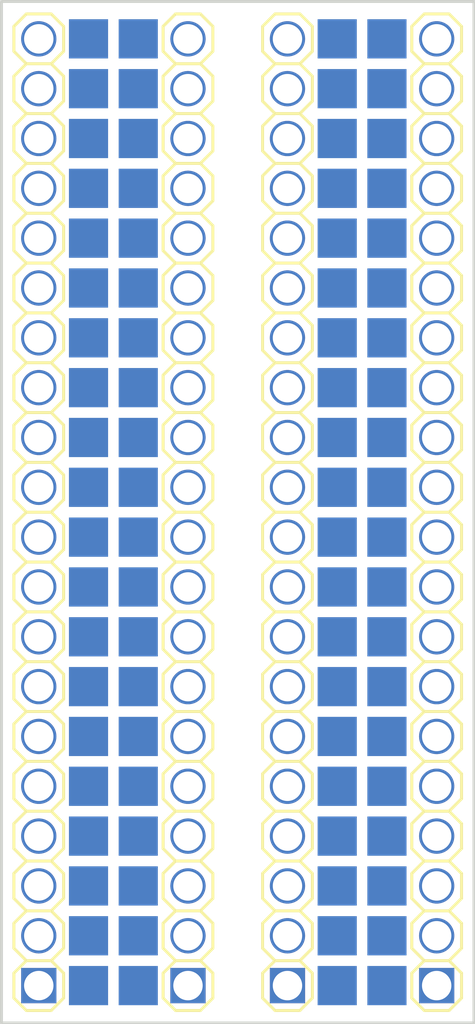
<source format=kicad_pcb>
(kicad_pcb (version 4) (host pcbnew 4.0.7-e2-6376~58~ubuntu17.04.1)

  (general
    (links 0)
    (no_connects 0)
    (area 0 0 0 0)
    (thickness 1.6)
    (drawings 4)
    (tracks 0)
    (zones 0)
    (modules 24)
    (nets 81)
  )

  (page A4)
  (layers
    (0 F.Cu signal)
    (31 B.Cu signal)
    (32 B.Adhes user)
    (33 F.Adhes user)
    (34 B.Paste user)
    (35 F.Paste user)
    (36 B.SilkS user)
    (37 F.SilkS user)
    (38 B.Mask user)
    (39 F.Mask user)
    (40 Dwgs.User user)
    (41 Cmts.User user)
    (42 Eco1.User user)
    (43 Eco2.User user)
    (44 Edge.Cuts user)
    (45 Margin user)
    (46 B.CrtYd user)
    (47 F.CrtYd user)
    (48 B.Fab user)
    (49 F.Fab user)
  )

  (setup
    (last_trace_width 0.25)
    (trace_clearance 0.2)
    (zone_clearance 0.508)
    (zone_45_only no)
    (trace_min 0.2)
    (segment_width 0.2)
    (edge_width 0.15)
    (via_size 0.6)
    (via_drill 0.4)
    (via_min_size 0.4)
    (via_min_drill 0.3)
    (uvia_size 0.3)
    (uvia_drill 0.1)
    (uvias_allowed no)
    (uvia_min_size 0.2)
    (uvia_min_drill 0.1)
    (pcb_text_width 0.3)
    (pcb_text_size 1.5 1.5)
    (mod_edge_width 0.15)
    (mod_text_size 1 1)
    (mod_text_width 0.15)
    (pad_size 1.524 1.524)
    (pad_drill 0.762)
    (pad_to_mask_clearance 0.2)
    (aux_axis_origin 0 0)
    (visible_elements FFFFFF7F)
    (pcbplotparams
      (layerselection 0x00030_80000001)
      (usegerberextensions false)
      (excludeedgelayer true)
      (linewidth 0.100000)
      (plotframeref false)
      (viasonmask false)
      (mode 1)
      (useauxorigin false)
      (hpglpennumber 1)
      (hpglpenspeed 20)
      (hpglpendiameter 15)
      (hpglpenoverlay 2)
      (psnegative false)
      (psa4output false)
      (plotreference true)
      (plotvalue true)
      (plotinvisibletext false)
      (padsonsilk false)
      (subtractmaskfromsilk false)
      (outputformat 1)
      (mirror false)
      (drillshape 1)
      (scaleselection 1)
      (outputdirectory ""))
  )

  (net 0 "")
  (net 1 "Net-(J1-Pad1)")
  (net 2 "Net-(J1-Pad2)")
  (net 3 "Net-(J1-Pad3)")
  (net 4 "Net-(J1-Pad4)")
  (net 5 "Net-(J1-Pad5)")
  (net 6 "Net-(J1-Pad6)")
  (net 7 "Net-(J1-Pad7)")
  (net 8 "Net-(J1-Pad8)")
  (net 9 "Net-(J1-Pad9)")
  (net 10 "Net-(J1-Pad10)")
  (net 11 "Net-(J1-Pad11)")
  (net 12 "Net-(J1-Pad12)")
  (net 13 "Net-(J1-Pad13)")
  (net 14 "Net-(J1-Pad14)")
  (net 15 "Net-(J1-Pad15)")
  (net 16 "Net-(J1-Pad16)")
  (net 17 "Net-(J1-Pad17)")
  (net 18 "Net-(J1-Pad18)")
  (net 19 "Net-(J1-Pad19)")
  (net 20 "Net-(J1-Pad20)")
  (net 21 "Net-(J12-Pad1)")
  (net 22 "Net-(J12-Pad2)")
  (net 23 "Net-(J12-Pad3)")
  (net 24 "Net-(J12-Pad4)")
  (net 25 "Net-(J12-Pad5)")
  (net 26 "Net-(J12-Pad6)")
  (net 27 "Net-(J12-Pad7)")
  (net 28 "Net-(J12-Pad8)")
  (net 29 "Net-(J12-Pad9)")
  (net 30 "Net-(J12-Pad10)")
  (net 31 "Net-(J12-Pad11)")
  (net 32 "Net-(J12-Pad12)")
  (net 33 "Net-(J12-Pad13)")
  (net 34 "Net-(J12-Pad14)")
  (net 35 "Net-(J12-Pad15)")
  (net 36 "Net-(J12-Pad16)")
  (net 37 "Net-(J12-Pad17)")
  (net 38 "Net-(J12-Pad18)")
  (net 39 "Net-(J12-Pad19)")
  (net 40 "Net-(J12-Pad20)")
  (net 41 "Net-(J13-Pad1)")
  (net 42 "Net-(J13-Pad2)")
  (net 43 "Net-(J13-Pad3)")
  (net 44 "Net-(J13-Pad4)")
  (net 45 "Net-(J13-Pad5)")
  (net 46 "Net-(J13-Pad6)")
  (net 47 "Net-(J13-Pad7)")
  (net 48 "Net-(J13-Pad8)")
  (net 49 "Net-(J13-Pad9)")
  (net 50 "Net-(J13-Pad10)")
  (net 51 "Net-(J13-Pad11)")
  (net 52 "Net-(J13-Pad12)")
  (net 53 "Net-(J13-Pad13)")
  (net 54 "Net-(J13-Pad14)")
  (net 55 "Net-(J13-Pad15)")
  (net 56 "Net-(J13-Pad16)")
  (net 57 "Net-(J13-Pad17)")
  (net 58 "Net-(J13-Pad18)")
  (net 59 "Net-(J13-Pad19)")
  (net 60 "Net-(J13-Pad20)")
  (net 61 "Net-(J24-Pad1)")
  (net 62 "Net-(J24-Pad2)")
  (net 63 "Net-(J24-Pad3)")
  (net 64 "Net-(J24-Pad4)")
  (net 65 "Net-(J24-Pad5)")
  (net 66 "Net-(J24-Pad6)")
  (net 67 "Net-(J24-Pad7)")
  (net 68 "Net-(J24-Pad8)")
  (net 69 "Net-(J24-Pad9)")
  (net 70 "Net-(J24-Pad10)")
  (net 71 "Net-(J24-Pad11)")
  (net 72 "Net-(J24-Pad12)")
  (net 73 "Net-(J24-Pad13)")
  (net 74 "Net-(J24-Pad14)")
  (net 75 "Net-(J24-Pad15)")
  (net 76 "Net-(J24-Pad16)")
  (net 77 "Net-(J24-Pad17)")
  (net 78 "Net-(J24-Pad18)")
  (net 79 "Net-(J24-Pad19)")
  (net 80 "Net-(J24-Pad20)")

  (net_class Default "This is the default net class."
    (clearance 0.2)
    (trace_width 0.25)
    (via_dia 0.6)
    (via_drill 0.4)
    (uvia_dia 0.3)
    (uvia_drill 0.1)
    (add_net "Net-(J1-Pad1)")
    (add_net "Net-(J1-Pad10)")
    (add_net "Net-(J1-Pad11)")
    (add_net "Net-(J1-Pad12)")
    (add_net "Net-(J1-Pad13)")
    (add_net "Net-(J1-Pad14)")
    (add_net "Net-(J1-Pad15)")
    (add_net "Net-(J1-Pad16)")
    (add_net "Net-(J1-Pad17)")
    (add_net "Net-(J1-Pad18)")
    (add_net "Net-(J1-Pad19)")
    (add_net "Net-(J1-Pad2)")
    (add_net "Net-(J1-Pad20)")
    (add_net "Net-(J1-Pad3)")
    (add_net "Net-(J1-Pad4)")
    (add_net "Net-(J1-Pad5)")
    (add_net "Net-(J1-Pad6)")
    (add_net "Net-(J1-Pad7)")
    (add_net "Net-(J1-Pad8)")
    (add_net "Net-(J1-Pad9)")
    (add_net "Net-(J12-Pad1)")
    (add_net "Net-(J12-Pad10)")
    (add_net "Net-(J12-Pad11)")
    (add_net "Net-(J12-Pad12)")
    (add_net "Net-(J12-Pad13)")
    (add_net "Net-(J12-Pad14)")
    (add_net "Net-(J12-Pad15)")
    (add_net "Net-(J12-Pad16)")
    (add_net "Net-(J12-Pad17)")
    (add_net "Net-(J12-Pad18)")
    (add_net "Net-(J12-Pad19)")
    (add_net "Net-(J12-Pad2)")
    (add_net "Net-(J12-Pad20)")
    (add_net "Net-(J12-Pad3)")
    (add_net "Net-(J12-Pad4)")
    (add_net "Net-(J12-Pad5)")
    (add_net "Net-(J12-Pad6)")
    (add_net "Net-(J12-Pad7)")
    (add_net "Net-(J12-Pad8)")
    (add_net "Net-(J12-Pad9)")
    (add_net "Net-(J13-Pad1)")
    (add_net "Net-(J13-Pad10)")
    (add_net "Net-(J13-Pad11)")
    (add_net "Net-(J13-Pad12)")
    (add_net "Net-(J13-Pad13)")
    (add_net "Net-(J13-Pad14)")
    (add_net "Net-(J13-Pad15)")
    (add_net "Net-(J13-Pad16)")
    (add_net "Net-(J13-Pad17)")
    (add_net "Net-(J13-Pad18)")
    (add_net "Net-(J13-Pad19)")
    (add_net "Net-(J13-Pad2)")
    (add_net "Net-(J13-Pad20)")
    (add_net "Net-(J13-Pad3)")
    (add_net "Net-(J13-Pad4)")
    (add_net "Net-(J13-Pad5)")
    (add_net "Net-(J13-Pad6)")
    (add_net "Net-(J13-Pad7)")
    (add_net "Net-(J13-Pad8)")
    (add_net "Net-(J13-Pad9)")
    (add_net "Net-(J24-Pad1)")
    (add_net "Net-(J24-Pad10)")
    (add_net "Net-(J24-Pad11)")
    (add_net "Net-(J24-Pad12)")
    (add_net "Net-(J24-Pad13)")
    (add_net "Net-(J24-Pad14)")
    (add_net "Net-(J24-Pad15)")
    (add_net "Net-(J24-Pad16)")
    (add_net "Net-(J24-Pad17)")
    (add_net "Net-(J24-Pad18)")
    (add_net "Net-(J24-Pad19)")
    (add_net "Net-(J24-Pad2)")
    (add_net "Net-(J24-Pad20)")
    (add_net "Net-(J24-Pad3)")
    (add_net "Net-(J24-Pad4)")
    (add_net "Net-(J24-Pad5)")
    (add_net "Net-(J24-Pad6)")
    (add_net "Net-(J24-Pad7)")
    (add_net "Net-(J24-Pad8)")
    (add_net "Net-(J24-Pad9)")
  )

  (module SquantorConnectors:Header-0254-1X20-H015 (layer F.Cu) (tedit 59BAE40A) (tstamp 59BE9A34)
    (at 120.65 74.93 90)
    (descr "PIN HEADER")
    (tags "PIN HEADER")
    (path /59BAD962)
    (attr virtual)
    (fp_text reference J1 (at 0 -2.54 90) (layer F.SilkS) hide
      (effects (font (size 1.27 1.27) (thickness 0.15)))
    )
    (fp_text value PINS_1X20 (at 0 2.54 90) (layer F.Fab) hide
      (effects (font (size 1.27 1.27) (thickness 0.15)))
    )
    (fp_line (start 20.955 -1.27) (end 22.225 -1.27) (layer F.SilkS) (width 0.1524))
    (fp_line (start 22.225 -1.27) (end 22.86 -0.635) (layer F.SilkS) (width 0.1524))
    (fp_line (start 22.86 -0.635) (end 22.86 0.635) (layer F.SilkS) (width 0.1524))
    (fp_line (start 22.86 0.635) (end 22.225 1.27) (layer F.SilkS) (width 0.1524))
    (fp_line (start 17.78 -0.635) (end 18.415 -1.27) (layer F.SilkS) (width 0.1524))
    (fp_line (start 18.415 -1.27) (end 19.685 -1.27) (layer F.SilkS) (width 0.1524))
    (fp_line (start 19.685 -1.27) (end 20.32 -0.635) (layer F.SilkS) (width 0.1524))
    (fp_line (start 20.32 -0.635) (end 20.32 0.635) (layer F.SilkS) (width 0.1524))
    (fp_line (start 20.32 0.635) (end 19.685 1.27) (layer F.SilkS) (width 0.1524))
    (fp_line (start 19.685 1.27) (end 18.415 1.27) (layer F.SilkS) (width 0.1524))
    (fp_line (start 18.415 1.27) (end 17.78 0.635) (layer F.SilkS) (width 0.1524))
    (fp_line (start 20.955 -1.27) (end 20.32 -0.635) (layer F.SilkS) (width 0.1524))
    (fp_line (start 20.32 0.635) (end 20.955 1.27) (layer F.SilkS) (width 0.1524))
    (fp_line (start 22.225 1.27) (end 20.955 1.27) (layer F.SilkS) (width 0.1524))
    (fp_line (start 13.335 -1.27) (end 14.605 -1.27) (layer F.SilkS) (width 0.1524))
    (fp_line (start 14.605 -1.27) (end 15.24 -0.635) (layer F.SilkS) (width 0.1524))
    (fp_line (start 15.24 -0.635) (end 15.24 0.635) (layer F.SilkS) (width 0.1524))
    (fp_line (start 15.24 0.635) (end 14.605 1.27) (layer F.SilkS) (width 0.1524))
    (fp_line (start 15.24 -0.635) (end 15.875 -1.27) (layer F.SilkS) (width 0.1524))
    (fp_line (start 15.875 -1.27) (end 17.145 -1.27) (layer F.SilkS) (width 0.1524))
    (fp_line (start 17.145 -1.27) (end 17.78 -0.635) (layer F.SilkS) (width 0.1524))
    (fp_line (start 17.78 -0.635) (end 17.78 0.635) (layer F.SilkS) (width 0.1524))
    (fp_line (start 17.78 0.635) (end 17.145 1.27) (layer F.SilkS) (width 0.1524))
    (fp_line (start 17.145 1.27) (end 15.875 1.27) (layer F.SilkS) (width 0.1524))
    (fp_line (start 15.875 1.27) (end 15.24 0.635) (layer F.SilkS) (width 0.1524))
    (fp_line (start 10.16 -0.635) (end 10.795 -1.27) (layer F.SilkS) (width 0.1524))
    (fp_line (start 10.795 -1.27) (end 12.065 -1.27) (layer F.SilkS) (width 0.1524))
    (fp_line (start 12.065 -1.27) (end 12.7 -0.635) (layer F.SilkS) (width 0.1524))
    (fp_line (start 12.7 -0.635) (end 12.7 0.635) (layer F.SilkS) (width 0.1524))
    (fp_line (start 12.7 0.635) (end 12.065 1.27) (layer F.SilkS) (width 0.1524))
    (fp_line (start 12.065 1.27) (end 10.795 1.27) (layer F.SilkS) (width 0.1524))
    (fp_line (start 10.795 1.27) (end 10.16 0.635) (layer F.SilkS) (width 0.1524))
    (fp_line (start 13.335 -1.27) (end 12.7 -0.635) (layer F.SilkS) (width 0.1524))
    (fp_line (start 12.7 0.635) (end 13.335 1.27) (layer F.SilkS) (width 0.1524))
    (fp_line (start 14.605 1.27) (end 13.335 1.27) (layer F.SilkS) (width 0.1524))
    (fp_line (start 5.715 -1.27) (end 6.985 -1.27) (layer F.SilkS) (width 0.1524))
    (fp_line (start 6.985 -1.27) (end 7.62 -0.635) (layer F.SilkS) (width 0.1524))
    (fp_line (start 7.62 -0.635) (end 7.62 0.635) (layer F.SilkS) (width 0.1524))
    (fp_line (start 7.62 0.635) (end 6.985 1.27) (layer F.SilkS) (width 0.1524))
    (fp_line (start 7.62 -0.635) (end 8.255 -1.27) (layer F.SilkS) (width 0.1524))
    (fp_line (start 8.255 -1.27) (end 9.525 -1.27) (layer F.SilkS) (width 0.1524))
    (fp_line (start 9.525 -1.27) (end 10.16 -0.635) (layer F.SilkS) (width 0.1524))
    (fp_line (start 10.16 -0.635) (end 10.16 0.635) (layer F.SilkS) (width 0.1524))
    (fp_line (start 10.16 0.635) (end 9.525 1.27) (layer F.SilkS) (width 0.1524))
    (fp_line (start 9.525 1.27) (end 8.255 1.27) (layer F.SilkS) (width 0.1524))
    (fp_line (start 8.255 1.27) (end 7.62 0.635) (layer F.SilkS) (width 0.1524))
    (fp_line (start 2.54 -0.635) (end 3.175 -1.27) (layer F.SilkS) (width 0.1524))
    (fp_line (start 3.175 -1.27) (end 4.445 -1.27) (layer F.SilkS) (width 0.1524))
    (fp_line (start 4.445 -1.27) (end 5.08 -0.635) (layer F.SilkS) (width 0.1524))
    (fp_line (start 5.08 -0.635) (end 5.08 0.635) (layer F.SilkS) (width 0.1524))
    (fp_line (start 5.08 0.635) (end 4.445 1.27) (layer F.SilkS) (width 0.1524))
    (fp_line (start 4.445 1.27) (end 3.175 1.27) (layer F.SilkS) (width 0.1524))
    (fp_line (start 3.175 1.27) (end 2.54 0.635) (layer F.SilkS) (width 0.1524))
    (fp_line (start 5.715 -1.27) (end 5.08 -0.635) (layer F.SilkS) (width 0.1524))
    (fp_line (start 5.08 0.635) (end 5.715 1.27) (layer F.SilkS) (width 0.1524))
    (fp_line (start 6.985 1.27) (end 5.715 1.27) (layer F.SilkS) (width 0.1524))
    (fp_line (start -1.905 -1.27) (end -0.635 -1.27) (layer F.SilkS) (width 0.1524))
    (fp_line (start -0.635 -1.27) (end 0 -0.635) (layer F.SilkS) (width 0.1524))
    (fp_line (start 0 -0.635) (end 0 0.635) (layer F.SilkS) (width 0.1524))
    (fp_line (start 0 0.635) (end -0.635 1.27) (layer F.SilkS) (width 0.1524))
    (fp_line (start 0 -0.635) (end 0.635 -1.27) (layer F.SilkS) (width 0.1524))
    (fp_line (start 0.635 -1.27) (end 1.905 -1.27) (layer F.SilkS) (width 0.1524))
    (fp_line (start 1.905 -1.27) (end 2.54 -0.635) (layer F.SilkS) (width 0.1524))
    (fp_line (start 2.54 -0.635) (end 2.54 0.635) (layer F.SilkS) (width 0.1524))
    (fp_line (start 2.54 0.635) (end 1.905 1.27) (layer F.SilkS) (width 0.1524))
    (fp_line (start 1.905 1.27) (end 0.635 1.27) (layer F.SilkS) (width 0.1524))
    (fp_line (start 0.635 1.27) (end 0 0.635) (layer F.SilkS) (width 0.1524))
    (fp_line (start -5.08 -0.635) (end -4.445 -1.27) (layer F.SilkS) (width 0.1524))
    (fp_line (start -4.445 -1.27) (end -3.175 -1.27) (layer F.SilkS) (width 0.1524))
    (fp_line (start -3.175 -1.27) (end -2.54 -0.635) (layer F.SilkS) (width 0.1524))
    (fp_line (start -2.54 -0.635) (end -2.54 0.635) (layer F.SilkS) (width 0.1524))
    (fp_line (start -2.54 0.635) (end -3.175 1.27) (layer F.SilkS) (width 0.1524))
    (fp_line (start -3.175 1.27) (end -4.445 1.27) (layer F.SilkS) (width 0.1524))
    (fp_line (start -4.445 1.27) (end -5.08 0.635) (layer F.SilkS) (width 0.1524))
    (fp_line (start -1.905 -1.27) (end -2.54 -0.635) (layer F.SilkS) (width 0.1524))
    (fp_line (start -2.54 0.635) (end -1.905 1.27) (layer F.SilkS) (width 0.1524))
    (fp_line (start -0.635 1.27) (end -1.905 1.27) (layer F.SilkS) (width 0.1524))
    (fp_line (start -9.525 -1.27) (end -8.255 -1.27) (layer F.SilkS) (width 0.1524))
    (fp_line (start -8.255 -1.27) (end -7.62 -0.635) (layer F.SilkS) (width 0.1524))
    (fp_line (start -7.62 -0.635) (end -7.62 0.635) (layer F.SilkS) (width 0.1524))
    (fp_line (start -7.62 0.635) (end -8.255 1.27) (layer F.SilkS) (width 0.1524))
    (fp_line (start -7.62 -0.635) (end -6.985 -1.27) (layer F.SilkS) (width 0.1524))
    (fp_line (start -6.985 -1.27) (end -5.715 -1.27) (layer F.SilkS) (width 0.1524))
    (fp_line (start -5.715 -1.27) (end -5.08 -0.635) (layer F.SilkS) (width 0.1524))
    (fp_line (start -5.08 -0.635) (end -5.08 0.635) (layer F.SilkS) (width 0.1524))
    (fp_line (start -5.08 0.635) (end -5.715 1.27) (layer F.SilkS) (width 0.1524))
    (fp_line (start -5.715 1.27) (end -6.985 1.27) (layer F.SilkS) (width 0.1524))
    (fp_line (start -6.985 1.27) (end -7.62 0.635) (layer F.SilkS) (width 0.1524))
    (fp_line (start -12.7 -0.635) (end -12.065 -1.27) (layer F.SilkS) (width 0.1524))
    (fp_line (start -12.065 -1.27) (end -10.795 -1.27) (layer F.SilkS) (width 0.1524))
    (fp_line (start -10.795 -1.27) (end -10.16 -0.635) (layer F.SilkS) (width 0.1524))
    (fp_line (start -10.16 -0.635) (end -10.16 0.635) (layer F.SilkS) (width 0.1524))
    (fp_line (start -10.16 0.635) (end -10.795 1.27) (layer F.SilkS) (width 0.1524))
    (fp_line (start -10.795 1.27) (end -12.065 1.27) (layer F.SilkS) (width 0.1524))
    (fp_line (start -12.065 1.27) (end -12.7 0.635) (layer F.SilkS) (width 0.1524))
    (fp_line (start -9.525 -1.27) (end -10.16 -0.635) (layer F.SilkS) (width 0.1524))
    (fp_line (start -10.16 0.635) (end -9.525 1.27) (layer F.SilkS) (width 0.1524))
    (fp_line (start -8.255 1.27) (end -9.525 1.27) (layer F.SilkS) (width 0.1524))
    (fp_line (start -17.145 -1.27) (end -15.875 -1.27) (layer F.SilkS) (width 0.1524))
    (fp_line (start -15.875 -1.27) (end -15.24 -0.635) (layer F.SilkS) (width 0.1524))
    (fp_line (start -15.24 -0.635) (end -15.24 0.635) (layer F.SilkS) (width 0.1524))
    (fp_line (start -15.24 0.635) (end -15.875 1.27) (layer F.SilkS) (width 0.1524))
    (fp_line (start -15.24 -0.635) (end -14.605 -1.27) (layer F.SilkS) (width 0.1524))
    (fp_line (start -14.605 -1.27) (end -13.335 -1.27) (layer F.SilkS) (width 0.1524))
    (fp_line (start -13.335 -1.27) (end -12.7 -0.635) (layer F.SilkS) (width 0.1524))
    (fp_line (start -12.7 -0.635) (end -12.7 0.635) (layer F.SilkS) (width 0.1524))
    (fp_line (start -12.7 0.635) (end -13.335 1.27) (layer F.SilkS) (width 0.1524))
    (fp_line (start -13.335 1.27) (end -14.605 1.27) (layer F.SilkS) (width 0.1524))
    (fp_line (start -14.605 1.27) (end -15.24 0.635) (layer F.SilkS) (width 0.1524))
    (fp_line (start -20.32 -0.635) (end -19.685 -1.27) (layer F.SilkS) (width 0.1524))
    (fp_line (start -19.685 -1.27) (end -18.415 -1.27) (layer F.SilkS) (width 0.1524))
    (fp_line (start -18.415 -1.27) (end -17.78 -0.635) (layer F.SilkS) (width 0.1524))
    (fp_line (start -17.78 -0.635) (end -17.78 0.635) (layer F.SilkS) (width 0.1524))
    (fp_line (start -17.78 0.635) (end -18.415 1.27) (layer F.SilkS) (width 0.1524))
    (fp_line (start -18.415 1.27) (end -19.685 1.27) (layer F.SilkS) (width 0.1524))
    (fp_line (start -19.685 1.27) (end -20.32 0.635) (layer F.SilkS) (width 0.1524))
    (fp_line (start -17.145 -1.27) (end -17.78 -0.635) (layer F.SilkS) (width 0.1524))
    (fp_line (start -17.78 0.635) (end -17.145 1.27) (layer F.SilkS) (width 0.1524))
    (fp_line (start -15.875 1.27) (end -17.145 1.27) (layer F.SilkS) (width 0.1524))
    (fp_line (start -24.765 -1.27) (end -23.495 -1.27) (layer F.SilkS) (width 0.1524))
    (fp_line (start -23.495 -1.27) (end -22.86 -0.635) (layer F.SilkS) (width 0.1524))
    (fp_line (start -22.86 -0.635) (end -22.86 0.635) (layer F.SilkS) (width 0.1524))
    (fp_line (start -22.86 0.635) (end -23.495 1.27) (layer F.SilkS) (width 0.1524))
    (fp_line (start -22.86 -0.635) (end -22.225 -1.27) (layer F.SilkS) (width 0.1524))
    (fp_line (start -22.225 -1.27) (end -20.955 -1.27) (layer F.SilkS) (width 0.1524))
    (fp_line (start -20.955 -1.27) (end -20.32 -0.635) (layer F.SilkS) (width 0.1524))
    (fp_line (start -20.32 -0.635) (end -20.32 0.635) (layer F.SilkS) (width 0.1524))
    (fp_line (start -20.32 0.635) (end -20.955 1.27) (layer F.SilkS) (width 0.1524))
    (fp_line (start -20.955 1.27) (end -22.225 1.27) (layer F.SilkS) (width 0.1524))
    (fp_line (start -22.225 1.27) (end -22.86 0.635) (layer F.SilkS) (width 0.1524))
    (fp_line (start -25.4 -0.635) (end -25.4 0.635) (layer F.SilkS) (width 0.1524))
    (fp_line (start -24.765 -1.27) (end -25.4 -0.635) (layer F.SilkS) (width 0.1524))
    (fp_line (start -25.4 0.635) (end -24.765 1.27) (layer F.SilkS) (width 0.1524))
    (fp_line (start -23.495 1.27) (end -24.765 1.27) (layer F.SilkS) (width 0.1524))
    (fp_line (start 23.495 -1.27) (end 24.765 -1.27) (layer F.SilkS) (width 0.1524))
    (fp_line (start 24.765 -1.27) (end 25.4 -0.635) (layer F.SilkS) (width 0.1524))
    (fp_line (start 25.4 -0.635) (end 25.4 0.635) (layer F.SilkS) (width 0.1524))
    (fp_line (start 25.4 0.635) (end 24.765 1.27) (layer F.SilkS) (width 0.1524))
    (fp_line (start 23.495 -1.27) (end 22.86 -0.635) (layer F.SilkS) (width 0.1524))
    (fp_line (start 22.86 0.635) (end 23.495 1.27) (layer F.SilkS) (width 0.1524))
    (fp_line (start 24.765 1.27) (end 23.495 1.27) (layer F.SilkS) (width 0.1524))
    (pad 1 thru_hole rect (at -24.13 0 270) (size 1.8 1.8) (drill 1.5) (layers *.Cu *.Mask)
      (net 1 "Net-(J1-Pad1)"))
    (pad 2 thru_hole circle (at -21.59 0 270) (size 1.8 1.8) (drill 1.5) (layers *.Cu *.Mask)
      (net 2 "Net-(J1-Pad2)"))
    (pad 3 thru_hole circle (at -19.05 0 270) (size 1.8 1.8) (drill 1.5) (layers *.Cu *.Mask)
      (net 3 "Net-(J1-Pad3)"))
    (pad 4 thru_hole circle (at -16.51 0 270) (size 1.8 1.8) (drill 1.5) (layers *.Cu *.Mask)
      (net 4 "Net-(J1-Pad4)"))
    (pad 5 thru_hole circle (at -13.97 0 270) (size 1.8 1.8) (drill 1.5) (layers *.Cu *.Mask)
      (net 5 "Net-(J1-Pad5)"))
    (pad 6 thru_hole circle (at -11.43 0 270) (size 1.8 1.8) (drill 1.5) (layers *.Cu *.Mask)
      (net 6 "Net-(J1-Pad6)"))
    (pad 7 thru_hole circle (at -8.89 0 270) (size 1.8 1.8) (drill 1.5) (layers *.Cu *.Mask)
      (net 7 "Net-(J1-Pad7)"))
    (pad 8 thru_hole circle (at -6.35 0 270) (size 1.8 1.8) (drill 1.5) (layers *.Cu *.Mask)
      (net 8 "Net-(J1-Pad8)"))
    (pad 9 thru_hole circle (at -3.81 0 270) (size 1.8 1.8) (drill 1.5) (layers *.Cu *.Mask)
      (net 9 "Net-(J1-Pad9)"))
    (pad 10 thru_hole circle (at -1.27 0 270) (size 1.8 1.8) (drill 1.5) (layers *.Cu *.Mask)
      (net 10 "Net-(J1-Pad10)"))
    (pad 11 thru_hole circle (at 1.27 0 270) (size 1.8 1.8) (drill 1.5) (layers *.Cu *.Mask)
      (net 11 "Net-(J1-Pad11)"))
    (pad 12 thru_hole circle (at 3.81 0 270) (size 1.8 1.8) (drill 1.5) (layers *.Cu *.Mask)
      (net 12 "Net-(J1-Pad12)"))
    (pad 13 thru_hole circle (at 6.35 0 270) (size 1.8 1.8) (drill 1.5) (layers *.Cu *.Mask)
      (net 13 "Net-(J1-Pad13)"))
    (pad 14 thru_hole circle (at 8.89 0 270) (size 1.8 1.8) (drill 1.5) (layers *.Cu *.Mask)
      (net 14 "Net-(J1-Pad14)"))
    (pad 15 thru_hole circle (at 11.43 0 270) (size 1.8 1.8) (drill 1.5) (layers *.Cu *.Mask)
      (net 15 "Net-(J1-Pad15)"))
    (pad 16 thru_hole circle (at 13.97 0 270) (size 1.8 1.8) (drill 1.5) (layers *.Cu *.Mask)
      (net 16 "Net-(J1-Pad16)"))
    (pad 17 thru_hole circle (at 16.51 0 270) (size 1.8 1.8) (drill 1.5) (layers *.Cu *.Mask)
      (net 17 "Net-(J1-Pad17)"))
    (pad 18 thru_hole circle (at 19.05 0 270) (size 1.8 1.8) (drill 1.5) (layers *.Cu *.Mask)
      (net 18 "Net-(J1-Pad18)"))
    (pad 19 thru_hole circle (at 21.59 0 270) (size 1.8 1.8) (drill 1.5) (layers *.Cu *.Mask)
      (net 19 "Net-(J1-Pad19)"))
    (pad 20 thru_hole circle (at 24.13 0 270) (size 1.8 1.8) (drill 1.5) (layers *.Cu *.Mask)
      (net 20 "Net-(J1-Pad20)"))
  )

  (module SquantorProto:proto-0254-02X02-P020 (layer B.Cu) (tedit 59BAE3EA) (tstamp 59BE9A3C)
    (at 124.46 52.07)
    (path /59BAEA07)
    (fp_text reference J2 (at 0 3.81) (layer B.SilkS) hide
      (effects (font (size 1 1) (thickness 0.15)) (justify mirror))
    )
    (fp_text value Proto (at 0 -3.81) (layer B.Fab) hide
      (effects (font (size 1 1) (thickness 0.15)) (justify mirror))
    )
    (pad 1 smd rect (at -1.27 1.27) (size 2 2) (layers B.Cu B.Paste B.Mask))
    (pad 2 smd rect (at 1.27 1.27) (size 2 2) (layers B.Cu B.Paste B.Mask))
    (pad 3 smd rect (at -1.27 -1.27) (size 2 2) (layers B.Cu B.Paste B.Mask))
    (pad 4 smd rect (at 1.27 -1.27) (size 2 2) (layers B.Cu B.Paste B.Mask))
  )

  (module SquantorProto:proto-0254-02X02-P020 (layer B.Cu) (tedit 59BAE3EF) (tstamp 59BE9A44)
    (at 124.46 57.15)
    (path /59BAEA0D)
    (fp_text reference J3 (at 0 3.81) (layer B.SilkS) hide
      (effects (font (size 1 1) (thickness 0.15)) (justify mirror))
    )
    (fp_text value Proto (at 0 -3.81) (layer B.Fab) hide
      (effects (font (size 1 1) (thickness 0.15)) (justify mirror))
    )
    (pad 1 smd rect (at -1.27 1.27) (size 2 2) (layers B.Cu B.Paste B.Mask))
    (pad 2 smd rect (at 1.27 1.27) (size 2 2) (layers B.Cu B.Paste B.Mask))
    (pad 3 smd rect (at -1.27 -1.27) (size 2 2) (layers B.Cu B.Paste B.Mask))
    (pad 4 smd rect (at 1.27 -1.27) (size 2 2) (layers B.Cu B.Paste B.Mask))
  )

  (module SquantorProto:proto-0254-02X02-P020 (layer B.Cu) (tedit 59BAE3F5) (tstamp 59BE9A4C)
    (at 124.46 62.23)
    (path /59BAEA13)
    (fp_text reference J4 (at 0 3.81) (layer B.SilkS) hide
      (effects (font (size 1 1) (thickness 0.15)) (justify mirror))
    )
    (fp_text value Proto (at 0 -3.81) (layer B.Fab) hide
      (effects (font (size 1 1) (thickness 0.15)) (justify mirror))
    )
    (pad 1 smd rect (at -1.27 1.27) (size 2 2) (layers B.Cu B.Paste B.Mask))
    (pad 2 smd rect (at 1.27 1.27) (size 2 2) (layers B.Cu B.Paste B.Mask))
    (pad 3 smd rect (at -1.27 -1.27) (size 2 2) (layers B.Cu B.Paste B.Mask))
    (pad 4 smd rect (at 1.27 -1.27) (size 2 2) (layers B.Cu B.Paste B.Mask))
  )

  (module SquantorProto:proto-0254-02X02-P020 (layer B.Cu) (tedit 59BAE3FA) (tstamp 59BE9A54)
    (at 124.46 67.31)
    (path /59BAEA19)
    (fp_text reference J5 (at 0 3.81) (layer B.SilkS) hide
      (effects (font (size 1 1) (thickness 0.15)) (justify mirror))
    )
    (fp_text value Proto (at 0 -3.81) (layer B.Fab) hide
      (effects (font (size 1 1) (thickness 0.15)) (justify mirror))
    )
    (pad 1 smd rect (at -1.27 1.27) (size 2 2) (layers B.Cu B.Paste B.Mask))
    (pad 2 smd rect (at 1.27 1.27) (size 2 2) (layers B.Cu B.Paste B.Mask))
    (pad 3 smd rect (at -1.27 -1.27) (size 2 2) (layers B.Cu B.Paste B.Mask))
    (pad 4 smd rect (at 1.27 -1.27) (size 2 2) (layers B.Cu B.Paste B.Mask))
  )

  (module SquantorProto:proto-0254-02X02-P020 (layer B.Cu) (tedit 59BAE40D) (tstamp 59BE9A5C)
    (at 124.46 72.39)
    (path /59BAEA1F)
    (fp_text reference J6 (at 0 3.81) (layer B.SilkS) hide
      (effects (font (size 1 1) (thickness 0.15)) (justify mirror))
    )
    (fp_text value Proto (at 0 -3.81) (layer B.Fab) hide
      (effects (font (size 1 1) (thickness 0.15)) (justify mirror))
    )
    (pad 1 smd rect (at -1.27 1.27) (size 2 2) (layers B.Cu B.Paste B.Mask))
    (pad 2 smd rect (at 1.27 1.27) (size 2 2) (layers B.Cu B.Paste B.Mask))
    (pad 3 smd rect (at -1.27 -1.27) (size 2 2) (layers B.Cu B.Paste B.Mask))
    (pad 4 smd rect (at 1.27 -1.27) (size 2 2) (layers B.Cu B.Paste B.Mask))
  )

  (module SquantorProto:proto-0254-02X02-P020 (layer B.Cu) (tedit 59BAE411) (tstamp 59BE9A64)
    (at 124.46 77.47)
    (path /59BAE168)
    (fp_text reference J7 (at 0 3.81) (layer B.SilkS) hide
      (effects (font (size 1 1) (thickness 0.15)) (justify mirror))
    )
    (fp_text value Proto (at 0 -3.81) (layer B.Fab) hide
      (effects (font (size 1 1) (thickness 0.15)) (justify mirror))
    )
    (pad 1 smd rect (at -1.27 1.27) (size 2 2) (layers B.Cu B.Paste B.Mask))
    (pad 2 smd rect (at 1.27 1.27) (size 2 2) (layers B.Cu B.Paste B.Mask))
    (pad 3 smd rect (at -1.27 -1.27) (size 2 2) (layers B.Cu B.Paste B.Mask))
    (pad 4 smd rect (at 1.27 -1.27) (size 2 2) (layers B.Cu B.Paste B.Mask))
  )

  (module SquantorProto:proto-0254-02X02-P020 (layer B.Cu) (tedit 59BAE415) (tstamp 59BE9A6C)
    (at 124.46 82.55)
    (path /59BAE259)
    (fp_text reference J8 (at 0 3.81) (layer B.SilkS) hide
      (effects (font (size 1 1) (thickness 0.15)) (justify mirror))
    )
    (fp_text value Proto (at 0 -3.81) (layer B.Fab) hide
      (effects (font (size 1 1) (thickness 0.15)) (justify mirror))
    )
    (pad 1 smd rect (at -1.27 1.27) (size 2 2) (layers B.Cu B.Paste B.Mask))
    (pad 2 smd rect (at 1.27 1.27) (size 2 2) (layers B.Cu B.Paste B.Mask))
    (pad 3 smd rect (at -1.27 -1.27) (size 2 2) (layers B.Cu B.Paste B.Mask))
    (pad 4 smd rect (at 1.27 -1.27) (size 2 2) (layers B.Cu B.Paste B.Mask))
  )

  (module SquantorProto:proto-0254-02X02-P020 (layer B.Cu) (tedit 59BAE41B) (tstamp 59BE9A74)
    (at 124.46 87.63)
    (path /59BAE5DC)
    (fp_text reference J9 (at 0 3.81) (layer B.SilkS) hide
      (effects (font (size 1 1) (thickness 0.15)) (justify mirror))
    )
    (fp_text value Proto (at 0 -3.81) (layer B.Fab) hide
      (effects (font (size 1 1) (thickness 0.15)) (justify mirror))
    )
    (pad 1 smd rect (at -1.27 1.27) (size 2 2) (layers B.Cu B.Paste B.Mask))
    (pad 2 smd rect (at 1.27 1.27) (size 2 2) (layers B.Cu B.Paste B.Mask))
    (pad 3 smd rect (at -1.27 -1.27) (size 2 2) (layers B.Cu B.Paste B.Mask))
    (pad 4 smd rect (at 1.27 -1.27) (size 2 2) (layers B.Cu B.Paste B.Mask))
  )

  (module SquantorProto:proto-0254-02X02-P020 (layer B.Cu) (tedit 59BAE41F) (tstamp 59BE9A7C)
    (at 124.46 92.71)
    (path /59BAE611)
    (fp_text reference J10 (at 0 3.81) (layer B.SilkS) hide
      (effects (font (size 1 1) (thickness 0.15)) (justify mirror))
    )
    (fp_text value Proto (at 0 -3.81) (layer B.Fab) hide
      (effects (font (size 1 1) (thickness 0.15)) (justify mirror))
    )
    (pad 1 smd rect (at -1.27 1.27) (size 2 2) (layers B.Cu B.Paste B.Mask))
    (pad 2 smd rect (at 1.27 1.27) (size 2 2) (layers B.Cu B.Paste B.Mask))
    (pad 3 smd rect (at -1.27 -1.27) (size 2 2) (layers B.Cu B.Paste B.Mask))
    (pad 4 smd rect (at 1.27 -1.27) (size 2 2) (layers B.Cu B.Paste B.Mask))
  )

  (module SquantorProto:proto-0254-02X02-P020 (layer B.Cu) (tedit 59BAE422) (tstamp 59BE9A84)
    (at 124.46 97.79)
    (path /59BAE661)
    (fp_text reference J11 (at 0 3.81) (layer B.SilkS) hide
      (effects (font (size 1 1) (thickness 0.15)) (justify mirror))
    )
    (fp_text value Proto (at 0 -3.81) (layer B.Fab) hide
      (effects (font (size 1 1) (thickness 0.15)) (justify mirror))
    )
    (pad 1 smd rect (at -1.27 1.27) (size 2 2) (layers B.Cu B.Paste B.Mask))
    (pad 2 smd rect (at 1.27 1.27) (size 2 2) (layers B.Cu B.Paste B.Mask))
    (pad 3 smd rect (at -1.27 -1.27) (size 2 2) (layers B.Cu B.Paste B.Mask))
    (pad 4 smd rect (at 1.27 -1.27) (size 2 2) (layers B.Cu B.Paste B.Mask))
  )

  (module SquantorConnectors:Header-0254-1X20-H015 (layer F.Cu) (tedit 59BAE42A) (tstamp 59BE9B29)
    (at 128.27 74.93 90)
    (descr "PIN HEADER")
    (tags "PIN HEADER")
    (path /59BADA31)
    (attr virtual)
    (fp_text reference J12 (at 0 -2.54 90) (layer F.SilkS) hide
      (effects (font (size 1.27 1.27) (thickness 0.15)))
    )
    (fp_text value PINS_1X20 (at 0 2.54 90) (layer F.Fab) hide
      (effects (font (size 1.27 1.27) (thickness 0.15)))
    )
    (fp_line (start 20.955 -1.27) (end 22.225 -1.27) (layer F.SilkS) (width 0.1524))
    (fp_line (start 22.225 -1.27) (end 22.86 -0.635) (layer F.SilkS) (width 0.1524))
    (fp_line (start 22.86 -0.635) (end 22.86 0.635) (layer F.SilkS) (width 0.1524))
    (fp_line (start 22.86 0.635) (end 22.225 1.27) (layer F.SilkS) (width 0.1524))
    (fp_line (start 17.78 -0.635) (end 18.415 -1.27) (layer F.SilkS) (width 0.1524))
    (fp_line (start 18.415 -1.27) (end 19.685 -1.27) (layer F.SilkS) (width 0.1524))
    (fp_line (start 19.685 -1.27) (end 20.32 -0.635) (layer F.SilkS) (width 0.1524))
    (fp_line (start 20.32 -0.635) (end 20.32 0.635) (layer F.SilkS) (width 0.1524))
    (fp_line (start 20.32 0.635) (end 19.685 1.27) (layer F.SilkS) (width 0.1524))
    (fp_line (start 19.685 1.27) (end 18.415 1.27) (layer F.SilkS) (width 0.1524))
    (fp_line (start 18.415 1.27) (end 17.78 0.635) (layer F.SilkS) (width 0.1524))
    (fp_line (start 20.955 -1.27) (end 20.32 -0.635) (layer F.SilkS) (width 0.1524))
    (fp_line (start 20.32 0.635) (end 20.955 1.27) (layer F.SilkS) (width 0.1524))
    (fp_line (start 22.225 1.27) (end 20.955 1.27) (layer F.SilkS) (width 0.1524))
    (fp_line (start 13.335 -1.27) (end 14.605 -1.27) (layer F.SilkS) (width 0.1524))
    (fp_line (start 14.605 -1.27) (end 15.24 -0.635) (layer F.SilkS) (width 0.1524))
    (fp_line (start 15.24 -0.635) (end 15.24 0.635) (layer F.SilkS) (width 0.1524))
    (fp_line (start 15.24 0.635) (end 14.605 1.27) (layer F.SilkS) (width 0.1524))
    (fp_line (start 15.24 -0.635) (end 15.875 -1.27) (layer F.SilkS) (width 0.1524))
    (fp_line (start 15.875 -1.27) (end 17.145 -1.27) (layer F.SilkS) (width 0.1524))
    (fp_line (start 17.145 -1.27) (end 17.78 -0.635) (layer F.SilkS) (width 0.1524))
    (fp_line (start 17.78 -0.635) (end 17.78 0.635) (layer F.SilkS) (width 0.1524))
    (fp_line (start 17.78 0.635) (end 17.145 1.27) (layer F.SilkS) (width 0.1524))
    (fp_line (start 17.145 1.27) (end 15.875 1.27) (layer F.SilkS) (width 0.1524))
    (fp_line (start 15.875 1.27) (end 15.24 0.635) (layer F.SilkS) (width 0.1524))
    (fp_line (start 10.16 -0.635) (end 10.795 -1.27) (layer F.SilkS) (width 0.1524))
    (fp_line (start 10.795 -1.27) (end 12.065 -1.27) (layer F.SilkS) (width 0.1524))
    (fp_line (start 12.065 -1.27) (end 12.7 -0.635) (layer F.SilkS) (width 0.1524))
    (fp_line (start 12.7 -0.635) (end 12.7 0.635) (layer F.SilkS) (width 0.1524))
    (fp_line (start 12.7 0.635) (end 12.065 1.27) (layer F.SilkS) (width 0.1524))
    (fp_line (start 12.065 1.27) (end 10.795 1.27) (layer F.SilkS) (width 0.1524))
    (fp_line (start 10.795 1.27) (end 10.16 0.635) (layer F.SilkS) (width 0.1524))
    (fp_line (start 13.335 -1.27) (end 12.7 -0.635) (layer F.SilkS) (width 0.1524))
    (fp_line (start 12.7 0.635) (end 13.335 1.27) (layer F.SilkS) (width 0.1524))
    (fp_line (start 14.605 1.27) (end 13.335 1.27) (layer F.SilkS) (width 0.1524))
    (fp_line (start 5.715 -1.27) (end 6.985 -1.27) (layer F.SilkS) (width 0.1524))
    (fp_line (start 6.985 -1.27) (end 7.62 -0.635) (layer F.SilkS) (width 0.1524))
    (fp_line (start 7.62 -0.635) (end 7.62 0.635) (layer F.SilkS) (width 0.1524))
    (fp_line (start 7.62 0.635) (end 6.985 1.27) (layer F.SilkS) (width 0.1524))
    (fp_line (start 7.62 -0.635) (end 8.255 -1.27) (layer F.SilkS) (width 0.1524))
    (fp_line (start 8.255 -1.27) (end 9.525 -1.27) (layer F.SilkS) (width 0.1524))
    (fp_line (start 9.525 -1.27) (end 10.16 -0.635) (layer F.SilkS) (width 0.1524))
    (fp_line (start 10.16 -0.635) (end 10.16 0.635) (layer F.SilkS) (width 0.1524))
    (fp_line (start 10.16 0.635) (end 9.525 1.27) (layer F.SilkS) (width 0.1524))
    (fp_line (start 9.525 1.27) (end 8.255 1.27) (layer F.SilkS) (width 0.1524))
    (fp_line (start 8.255 1.27) (end 7.62 0.635) (layer F.SilkS) (width 0.1524))
    (fp_line (start 2.54 -0.635) (end 3.175 -1.27) (layer F.SilkS) (width 0.1524))
    (fp_line (start 3.175 -1.27) (end 4.445 -1.27) (layer F.SilkS) (width 0.1524))
    (fp_line (start 4.445 -1.27) (end 5.08 -0.635) (layer F.SilkS) (width 0.1524))
    (fp_line (start 5.08 -0.635) (end 5.08 0.635) (layer F.SilkS) (width 0.1524))
    (fp_line (start 5.08 0.635) (end 4.445 1.27) (layer F.SilkS) (width 0.1524))
    (fp_line (start 4.445 1.27) (end 3.175 1.27) (layer F.SilkS) (width 0.1524))
    (fp_line (start 3.175 1.27) (end 2.54 0.635) (layer F.SilkS) (width 0.1524))
    (fp_line (start 5.715 -1.27) (end 5.08 -0.635) (layer F.SilkS) (width 0.1524))
    (fp_line (start 5.08 0.635) (end 5.715 1.27) (layer F.SilkS) (width 0.1524))
    (fp_line (start 6.985 1.27) (end 5.715 1.27) (layer F.SilkS) (width 0.1524))
    (fp_line (start -1.905 -1.27) (end -0.635 -1.27) (layer F.SilkS) (width 0.1524))
    (fp_line (start -0.635 -1.27) (end 0 -0.635) (layer F.SilkS) (width 0.1524))
    (fp_line (start 0 -0.635) (end 0 0.635) (layer F.SilkS) (width 0.1524))
    (fp_line (start 0 0.635) (end -0.635 1.27) (layer F.SilkS) (width 0.1524))
    (fp_line (start 0 -0.635) (end 0.635 -1.27) (layer F.SilkS) (width 0.1524))
    (fp_line (start 0.635 -1.27) (end 1.905 -1.27) (layer F.SilkS) (width 0.1524))
    (fp_line (start 1.905 -1.27) (end 2.54 -0.635) (layer F.SilkS) (width 0.1524))
    (fp_line (start 2.54 -0.635) (end 2.54 0.635) (layer F.SilkS) (width 0.1524))
    (fp_line (start 2.54 0.635) (end 1.905 1.27) (layer F.SilkS) (width 0.1524))
    (fp_line (start 1.905 1.27) (end 0.635 1.27) (layer F.SilkS) (width 0.1524))
    (fp_line (start 0.635 1.27) (end 0 0.635) (layer F.SilkS) (width 0.1524))
    (fp_line (start -5.08 -0.635) (end -4.445 -1.27) (layer F.SilkS) (width 0.1524))
    (fp_line (start -4.445 -1.27) (end -3.175 -1.27) (layer F.SilkS) (width 0.1524))
    (fp_line (start -3.175 -1.27) (end -2.54 -0.635) (layer F.SilkS) (width 0.1524))
    (fp_line (start -2.54 -0.635) (end -2.54 0.635) (layer F.SilkS) (width 0.1524))
    (fp_line (start -2.54 0.635) (end -3.175 1.27) (layer F.SilkS) (width 0.1524))
    (fp_line (start -3.175 1.27) (end -4.445 1.27) (layer F.SilkS) (width 0.1524))
    (fp_line (start -4.445 1.27) (end -5.08 0.635) (layer F.SilkS) (width 0.1524))
    (fp_line (start -1.905 -1.27) (end -2.54 -0.635) (layer F.SilkS) (width 0.1524))
    (fp_line (start -2.54 0.635) (end -1.905 1.27) (layer F.SilkS) (width 0.1524))
    (fp_line (start -0.635 1.27) (end -1.905 1.27) (layer F.SilkS) (width 0.1524))
    (fp_line (start -9.525 -1.27) (end -8.255 -1.27) (layer F.SilkS) (width 0.1524))
    (fp_line (start -8.255 -1.27) (end -7.62 -0.635) (layer F.SilkS) (width 0.1524))
    (fp_line (start -7.62 -0.635) (end -7.62 0.635) (layer F.SilkS) (width 0.1524))
    (fp_line (start -7.62 0.635) (end -8.255 1.27) (layer F.SilkS) (width 0.1524))
    (fp_line (start -7.62 -0.635) (end -6.985 -1.27) (layer F.SilkS) (width 0.1524))
    (fp_line (start -6.985 -1.27) (end -5.715 -1.27) (layer F.SilkS) (width 0.1524))
    (fp_line (start -5.715 -1.27) (end -5.08 -0.635) (layer F.SilkS) (width 0.1524))
    (fp_line (start -5.08 -0.635) (end -5.08 0.635) (layer F.SilkS) (width 0.1524))
    (fp_line (start -5.08 0.635) (end -5.715 1.27) (layer F.SilkS) (width 0.1524))
    (fp_line (start -5.715 1.27) (end -6.985 1.27) (layer F.SilkS) (width 0.1524))
    (fp_line (start -6.985 1.27) (end -7.62 0.635) (layer F.SilkS) (width 0.1524))
    (fp_line (start -12.7 -0.635) (end -12.065 -1.27) (layer F.SilkS) (width 0.1524))
    (fp_line (start -12.065 -1.27) (end -10.795 -1.27) (layer F.SilkS) (width 0.1524))
    (fp_line (start -10.795 -1.27) (end -10.16 -0.635) (layer F.SilkS) (width 0.1524))
    (fp_line (start -10.16 -0.635) (end -10.16 0.635) (layer F.SilkS) (width 0.1524))
    (fp_line (start -10.16 0.635) (end -10.795 1.27) (layer F.SilkS) (width 0.1524))
    (fp_line (start -10.795 1.27) (end -12.065 1.27) (layer F.SilkS) (width 0.1524))
    (fp_line (start -12.065 1.27) (end -12.7 0.635) (layer F.SilkS) (width 0.1524))
    (fp_line (start -9.525 -1.27) (end -10.16 -0.635) (layer F.SilkS) (width 0.1524))
    (fp_line (start -10.16 0.635) (end -9.525 1.27) (layer F.SilkS) (width 0.1524))
    (fp_line (start -8.255 1.27) (end -9.525 1.27) (layer F.SilkS) (width 0.1524))
    (fp_line (start -17.145 -1.27) (end -15.875 -1.27) (layer F.SilkS) (width 0.1524))
    (fp_line (start -15.875 -1.27) (end -15.24 -0.635) (layer F.SilkS) (width 0.1524))
    (fp_line (start -15.24 -0.635) (end -15.24 0.635) (layer F.SilkS) (width 0.1524))
    (fp_line (start -15.24 0.635) (end -15.875 1.27) (layer F.SilkS) (width 0.1524))
    (fp_line (start -15.24 -0.635) (end -14.605 -1.27) (layer F.SilkS) (width 0.1524))
    (fp_line (start -14.605 -1.27) (end -13.335 -1.27) (layer F.SilkS) (width 0.1524))
    (fp_line (start -13.335 -1.27) (end -12.7 -0.635) (layer F.SilkS) (width 0.1524))
    (fp_line (start -12.7 -0.635) (end -12.7 0.635) (layer F.SilkS) (width 0.1524))
    (fp_line (start -12.7 0.635) (end -13.335 1.27) (layer F.SilkS) (width 0.1524))
    (fp_line (start -13.335 1.27) (end -14.605 1.27) (layer F.SilkS) (width 0.1524))
    (fp_line (start -14.605 1.27) (end -15.24 0.635) (layer F.SilkS) (width 0.1524))
    (fp_line (start -20.32 -0.635) (end -19.685 -1.27) (layer F.SilkS) (width 0.1524))
    (fp_line (start -19.685 -1.27) (end -18.415 -1.27) (layer F.SilkS) (width 0.1524))
    (fp_line (start -18.415 -1.27) (end -17.78 -0.635) (layer F.SilkS) (width 0.1524))
    (fp_line (start -17.78 -0.635) (end -17.78 0.635) (layer F.SilkS) (width 0.1524))
    (fp_line (start -17.78 0.635) (end -18.415 1.27) (layer F.SilkS) (width 0.1524))
    (fp_line (start -18.415 1.27) (end -19.685 1.27) (layer F.SilkS) (width 0.1524))
    (fp_line (start -19.685 1.27) (end -20.32 0.635) (layer F.SilkS) (width 0.1524))
    (fp_line (start -17.145 -1.27) (end -17.78 -0.635) (layer F.SilkS) (width 0.1524))
    (fp_line (start -17.78 0.635) (end -17.145 1.27) (layer F.SilkS) (width 0.1524))
    (fp_line (start -15.875 1.27) (end -17.145 1.27) (layer F.SilkS) (width 0.1524))
    (fp_line (start -24.765 -1.27) (end -23.495 -1.27) (layer F.SilkS) (width 0.1524))
    (fp_line (start -23.495 -1.27) (end -22.86 -0.635) (layer F.SilkS) (width 0.1524))
    (fp_line (start -22.86 -0.635) (end -22.86 0.635) (layer F.SilkS) (width 0.1524))
    (fp_line (start -22.86 0.635) (end -23.495 1.27) (layer F.SilkS) (width 0.1524))
    (fp_line (start -22.86 -0.635) (end -22.225 -1.27) (layer F.SilkS) (width 0.1524))
    (fp_line (start -22.225 -1.27) (end -20.955 -1.27) (layer F.SilkS) (width 0.1524))
    (fp_line (start -20.955 -1.27) (end -20.32 -0.635) (layer F.SilkS) (width 0.1524))
    (fp_line (start -20.32 -0.635) (end -20.32 0.635) (layer F.SilkS) (width 0.1524))
    (fp_line (start -20.32 0.635) (end -20.955 1.27) (layer F.SilkS) (width 0.1524))
    (fp_line (start -20.955 1.27) (end -22.225 1.27) (layer F.SilkS) (width 0.1524))
    (fp_line (start -22.225 1.27) (end -22.86 0.635) (layer F.SilkS) (width 0.1524))
    (fp_line (start -25.4 -0.635) (end -25.4 0.635) (layer F.SilkS) (width 0.1524))
    (fp_line (start -24.765 -1.27) (end -25.4 -0.635) (layer F.SilkS) (width 0.1524))
    (fp_line (start -25.4 0.635) (end -24.765 1.27) (layer F.SilkS) (width 0.1524))
    (fp_line (start -23.495 1.27) (end -24.765 1.27) (layer F.SilkS) (width 0.1524))
    (fp_line (start 23.495 -1.27) (end 24.765 -1.27) (layer F.SilkS) (width 0.1524))
    (fp_line (start 24.765 -1.27) (end 25.4 -0.635) (layer F.SilkS) (width 0.1524))
    (fp_line (start 25.4 -0.635) (end 25.4 0.635) (layer F.SilkS) (width 0.1524))
    (fp_line (start 25.4 0.635) (end 24.765 1.27) (layer F.SilkS) (width 0.1524))
    (fp_line (start 23.495 -1.27) (end 22.86 -0.635) (layer F.SilkS) (width 0.1524))
    (fp_line (start 22.86 0.635) (end 23.495 1.27) (layer F.SilkS) (width 0.1524))
    (fp_line (start 24.765 1.27) (end 23.495 1.27) (layer F.SilkS) (width 0.1524))
    (pad 1 thru_hole rect (at -24.13 0 270) (size 1.8 1.8) (drill 1.5) (layers *.Cu *.Mask)
      (net 21 "Net-(J12-Pad1)"))
    (pad 2 thru_hole circle (at -21.59 0 270) (size 1.8 1.8) (drill 1.5) (layers *.Cu *.Mask)
      (net 22 "Net-(J12-Pad2)"))
    (pad 3 thru_hole circle (at -19.05 0 270) (size 1.8 1.8) (drill 1.5) (layers *.Cu *.Mask)
      (net 23 "Net-(J12-Pad3)"))
    (pad 4 thru_hole circle (at -16.51 0 270) (size 1.8 1.8) (drill 1.5) (layers *.Cu *.Mask)
      (net 24 "Net-(J12-Pad4)"))
    (pad 5 thru_hole circle (at -13.97 0 270) (size 1.8 1.8) (drill 1.5) (layers *.Cu *.Mask)
      (net 25 "Net-(J12-Pad5)"))
    (pad 6 thru_hole circle (at -11.43 0 270) (size 1.8 1.8) (drill 1.5) (layers *.Cu *.Mask)
      (net 26 "Net-(J12-Pad6)"))
    (pad 7 thru_hole circle (at -8.89 0 270) (size 1.8 1.8) (drill 1.5) (layers *.Cu *.Mask)
      (net 27 "Net-(J12-Pad7)"))
    (pad 8 thru_hole circle (at -6.35 0 270) (size 1.8 1.8) (drill 1.5) (layers *.Cu *.Mask)
      (net 28 "Net-(J12-Pad8)"))
    (pad 9 thru_hole circle (at -3.81 0 270) (size 1.8 1.8) (drill 1.5) (layers *.Cu *.Mask)
      (net 29 "Net-(J12-Pad9)"))
    (pad 10 thru_hole circle (at -1.27 0 270) (size 1.8 1.8) (drill 1.5) (layers *.Cu *.Mask)
      (net 30 "Net-(J12-Pad10)"))
    (pad 11 thru_hole circle (at 1.27 0 270) (size 1.8 1.8) (drill 1.5) (layers *.Cu *.Mask)
      (net 31 "Net-(J12-Pad11)"))
    (pad 12 thru_hole circle (at 3.81 0 270) (size 1.8 1.8) (drill 1.5) (layers *.Cu *.Mask)
      (net 32 "Net-(J12-Pad12)"))
    (pad 13 thru_hole circle (at 6.35 0 270) (size 1.8 1.8) (drill 1.5) (layers *.Cu *.Mask)
      (net 33 "Net-(J12-Pad13)"))
    (pad 14 thru_hole circle (at 8.89 0 270) (size 1.8 1.8) (drill 1.5) (layers *.Cu *.Mask)
      (net 34 "Net-(J12-Pad14)"))
    (pad 15 thru_hole circle (at 11.43 0 270) (size 1.8 1.8) (drill 1.5) (layers *.Cu *.Mask)
      (net 35 "Net-(J12-Pad15)"))
    (pad 16 thru_hole circle (at 13.97 0 270) (size 1.8 1.8) (drill 1.5) (layers *.Cu *.Mask)
      (net 36 "Net-(J12-Pad16)"))
    (pad 17 thru_hole circle (at 16.51 0 270) (size 1.8 1.8) (drill 1.5) (layers *.Cu *.Mask)
      (net 37 "Net-(J12-Pad17)"))
    (pad 18 thru_hole circle (at 19.05 0 270) (size 1.8 1.8) (drill 1.5) (layers *.Cu *.Mask)
      (net 38 "Net-(J12-Pad18)"))
    (pad 19 thru_hole circle (at 21.59 0 270) (size 1.8 1.8) (drill 1.5) (layers *.Cu *.Mask)
      (net 39 "Net-(J12-Pad19)"))
    (pad 20 thru_hole circle (at 24.13 0 270) (size 1.8 1.8) (drill 1.5) (layers *.Cu *.Mask)
      (net 40 "Net-(J12-Pad20)"))
  )

  (module SquantorConnectors:Header-0254-1X20-H015 (layer F.Cu) (tedit 59BAE447) (tstamp 59BE9BCE)
    (at 133.35 74.93 90)
    (descr "PIN HEADER")
    (tags "PIN HEADER")
    (path /59BADAA0)
    (attr virtual)
    (fp_text reference J13 (at 0 -2.54 90) (layer F.SilkS) hide
      (effects (font (size 1.27 1.27) (thickness 0.15)))
    )
    (fp_text value PINS_1X20 (at 0 2.54 90) (layer F.Fab) hide
      (effects (font (size 1.27 1.27) (thickness 0.15)))
    )
    (fp_line (start 20.955 -1.27) (end 22.225 -1.27) (layer F.SilkS) (width 0.1524))
    (fp_line (start 22.225 -1.27) (end 22.86 -0.635) (layer F.SilkS) (width 0.1524))
    (fp_line (start 22.86 -0.635) (end 22.86 0.635) (layer F.SilkS) (width 0.1524))
    (fp_line (start 22.86 0.635) (end 22.225 1.27) (layer F.SilkS) (width 0.1524))
    (fp_line (start 17.78 -0.635) (end 18.415 -1.27) (layer F.SilkS) (width 0.1524))
    (fp_line (start 18.415 -1.27) (end 19.685 -1.27) (layer F.SilkS) (width 0.1524))
    (fp_line (start 19.685 -1.27) (end 20.32 -0.635) (layer F.SilkS) (width 0.1524))
    (fp_line (start 20.32 -0.635) (end 20.32 0.635) (layer F.SilkS) (width 0.1524))
    (fp_line (start 20.32 0.635) (end 19.685 1.27) (layer F.SilkS) (width 0.1524))
    (fp_line (start 19.685 1.27) (end 18.415 1.27) (layer F.SilkS) (width 0.1524))
    (fp_line (start 18.415 1.27) (end 17.78 0.635) (layer F.SilkS) (width 0.1524))
    (fp_line (start 20.955 -1.27) (end 20.32 -0.635) (layer F.SilkS) (width 0.1524))
    (fp_line (start 20.32 0.635) (end 20.955 1.27) (layer F.SilkS) (width 0.1524))
    (fp_line (start 22.225 1.27) (end 20.955 1.27) (layer F.SilkS) (width 0.1524))
    (fp_line (start 13.335 -1.27) (end 14.605 -1.27) (layer F.SilkS) (width 0.1524))
    (fp_line (start 14.605 -1.27) (end 15.24 -0.635) (layer F.SilkS) (width 0.1524))
    (fp_line (start 15.24 -0.635) (end 15.24 0.635) (layer F.SilkS) (width 0.1524))
    (fp_line (start 15.24 0.635) (end 14.605 1.27) (layer F.SilkS) (width 0.1524))
    (fp_line (start 15.24 -0.635) (end 15.875 -1.27) (layer F.SilkS) (width 0.1524))
    (fp_line (start 15.875 -1.27) (end 17.145 -1.27) (layer F.SilkS) (width 0.1524))
    (fp_line (start 17.145 -1.27) (end 17.78 -0.635) (layer F.SilkS) (width 0.1524))
    (fp_line (start 17.78 -0.635) (end 17.78 0.635) (layer F.SilkS) (width 0.1524))
    (fp_line (start 17.78 0.635) (end 17.145 1.27) (layer F.SilkS) (width 0.1524))
    (fp_line (start 17.145 1.27) (end 15.875 1.27) (layer F.SilkS) (width 0.1524))
    (fp_line (start 15.875 1.27) (end 15.24 0.635) (layer F.SilkS) (width 0.1524))
    (fp_line (start 10.16 -0.635) (end 10.795 -1.27) (layer F.SilkS) (width 0.1524))
    (fp_line (start 10.795 -1.27) (end 12.065 -1.27) (layer F.SilkS) (width 0.1524))
    (fp_line (start 12.065 -1.27) (end 12.7 -0.635) (layer F.SilkS) (width 0.1524))
    (fp_line (start 12.7 -0.635) (end 12.7 0.635) (layer F.SilkS) (width 0.1524))
    (fp_line (start 12.7 0.635) (end 12.065 1.27) (layer F.SilkS) (width 0.1524))
    (fp_line (start 12.065 1.27) (end 10.795 1.27) (layer F.SilkS) (width 0.1524))
    (fp_line (start 10.795 1.27) (end 10.16 0.635) (layer F.SilkS) (width 0.1524))
    (fp_line (start 13.335 -1.27) (end 12.7 -0.635) (layer F.SilkS) (width 0.1524))
    (fp_line (start 12.7 0.635) (end 13.335 1.27) (layer F.SilkS) (width 0.1524))
    (fp_line (start 14.605 1.27) (end 13.335 1.27) (layer F.SilkS) (width 0.1524))
    (fp_line (start 5.715 -1.27) (end 6.985 -1.27) (layer F.SilkS) (width 0.1524))
    (fp_line (start 6.985 -1.27) (end 7.62 -0.635) (layer F.SilkS) (width 0.1524))
    (fp_line (start 7.62 -0.635) (end 7.62 0.635) (layer F.SilkS) (width 0.1524))
    (fp_line (start 7.62 0.635) (end 6.985 1.27) (layer F.SilkS) (width 0.1524))
    (fp_line (start 7.62 -0.635) (end 8.255 -1.27) (layer F.SilkS) (width 0.1524))
    (fp_line (start 8.255 -1.27) (end 9.525 -1.27) (layer F.SilkS) (width 0.1524))
    (fp_line (start 9.525 -1.27) (end 10.16 -0.635) (layer F.SilkS) (width 0.1524))
    (fp_line (start 10.16 -0.635) (end 10.16 0.635) (layer F.SilkS) (width 0.1524))
    (fp_line (start 10.16 0.635) (end 9.525 1.27) (layer F.SilkS) (width 0.1524))
    (fp_line (start 9.525 1.27) (end 8.255 1.27) (layer F.SilkS) (width 0.1524))
    (fp_line (start 8.255 1.27) (end 7.62 0.635) (layer F.SilkS) (width 0.1524))
    (fp_line (start 2.54 -0.635) (end 3.175 -1.27) (layer F.SilkS) (width 0.1524))
    (fp_line (start 3.175 -1.27) (end 4.445 -1.27) (layer F.SilkS) (width 0.1524))
    (fp_line (start 4.445 -1.27) (end 5.08 -0.635) (layer F.SilkS) (width 0.1524))
    (fp_line (start 5.08 -0.635) (end 5.08 0.635) (layer F.SilkS) (width 0.1524))
    (fp_line (start 5.08 0.635) (end 4.445 1.27) (layer F.SilkS) (width 0.1524))
    (fp_line (start 4.445 1.27) (end 3.175 1.27) (layer F.SilkS) (width 0.1524))
    (fp_line (start 3.175 1.27) (end 2.54 0.635) (layer F.SilkS) (width 0.1524))
    (fp_line (start 5.715 -1.27) (end 5.08 -0.635) (layer F.SilkS) (width 0.1524))
    (fp_line (start 5.08 0.635) (end 5.715 1.27) (layer F.SilkS) (width 0.1524))
    (fp_line (start 6.985 1.27) (end 5.715 1.27) (layer F.SilkS) (width 0.1524))
    (fp_line (start -1.905 -1.27) (end -0.635 -1.27) (layer F.SilkS) (width 0.1524))
    (fp_line (start -0.635 -1.27) (end 0 -0.635) (layer F.SilkS) (width 0.1524))
    (fp_line (start 0 -0.635) (end 0 0.635) (layer F.SilkS) (width 0.1524))
    (fp_line (start 0 0.635) (end -0.635 1.27) (layer F.SilkS) (width 0.1524))
    (fp_line (start 0 -0.635) (end 0.635 -1.27) (layer F.SilkS) (width 0.1524))
    (fp_line (start 0.635 -1.27) (end 1.905 -1.27) (layer F.SilkS) (width 0.1524))
    (fp_line (start 1.905 -1.27) (end 2.54 -0.635) (layer F.SilkS) (width 0.1524))
    (fp_line (start 2.54 -0.635) (end 2.54 0.635) (layer F.SilkS) (width 0.1524))
    (fp_line (start 2.54 0.635) (end 1.905 1.27) (layer F.SilkS) (width 0.1524))
    (fp_line (start 1.905 1.27) (end 0.635 1.27) (layer F.SilkS) (width 0.1524))
    (fp_line (start 0.635 1.27) (end 0 0.635) (layer F.SilkS) (width 0.1524))
    (fp_line (start -5.08 -0.635) (end -4.445 -1.27) (layer F.SilkS) (width 0.1524))
    (fp_line (start -4.445 -1.27) (end -3.175 -1.27) (layer F.SilkS) (width 0.1524))
    (fp_line (start -3.175 -1.27) (end -2.54 -0.635) (layer F.SilkS) (width 0.1524))
    (fp_line (start -2.54 -0.635) (end -2.54 0.635) (layer F.SilkS) (width 0.1524))
    (fp_line (start -2.54 0.635) (end -3.175 1.27) (layer F.SilkS) (width 0.1524))
    (fp_line (start -3.175 1.27) (end -4.445 1.27) (layer F.SilkS) (width 0.1524))
    (fp_line (start -4.445 1.27) (end -5.08 0.635) (layer F.SilkS) (width 0.1524))
    (fp_line (start -1.905 -1.27) (end -2.54 -0.635) (layer F.SilkS) (width 0.1524))
    (fp_line (start -2.54 0.635) (end -1.905 1.27) (layer F.SilkS) (width 0.1524))
    (fp_line (start -0.635 1.27) (end -1.905 1.27) (layer F.SilkS) (width 0.1524))
    (fp_line (start -9.525 -1.27) (end -8.255 -1.27) (layer F.SilkS) (width 0.1524))
    (fp_line (start -8.255 -1.27) (end -7.62 -0.635) (layer F.SilkS) (width 0.1524))
    (fp_line (start -7.62 -0.635) (end -7.62 0.635) (layer F.SilkS) (width 0.1524))
    (fp_line (start -7.62 0.635) (end -8.255 1.27) (layer F.SilkS) (width 0.1524))
    (fp_line (start -7.62 -0.635) (end -6.985 -1.27) (layer F.SilkS) (width 0.1524))
    (fp_line (start -6.985 -1.27) (end -5.715 -1.27) (layer F.SilkS) (width 0.1524))
    (fp_line (start -5.715 -1.27) (end -5.08 -0.635) (layer F.SilkS) (width 0.1524))
    (fp_line (start -5.08 -0.635) (end -5.08 0.635) (layer F.SilkS) (width 0.1524))
    (fp_line (start -5.08 0.635) (end -5.715 1.27) (layer F.SilkS) (width 0.1524))
    (fp_line (start -5.715 1.27) (end -6.985 1.27) (layer F.SilkS) (width 0.1524))
    (fp_line (start -6.985 1.27) (end -7.62 0.635) (layer F.SilkS) (width 0.1524))
    (fp_line (start -12.7 -0.635) (end -12.065 -1.27) (layer F.SilkS) (width 0.1524))
    (fp_line (start -12.065 -1.27) (end -10.795 -1.27) (layer F.SilkS) (width 0.1524))
    (fp_line (start -10.795 -1.27) (end -10.16 -0.635) (layer F.SilkS) (width 0.1524))
    (fp_line (start -10.16 -0.635) (end -10.16 0.635) (layer F.SilkS) (width 0.1524))
    (fp_line (start -10.16 0.635) (end -10.795 1.27) (layer F.SilkS) (width 0.1524))
    (fp_line (start -10.795 1.27) (end -12.065 1.27) (layer F.SilkS) (width 0.1524))
    (fp_line (start -12.065 1.27) (end -12.7 0.635) (layer F.SilkS) (width 0.1524))
    (fp_line (start -9.525 -1.27) (end -10.16 -0.635) (layer F.SilkS) (width 0.1524))
    (fp_line (start -10.16 0.635) (end -9.525 1.27) (layer F.SilkS) (width 0.1524))
    (fp_line (start -8.255 1.27) (end -9.525 1.27) (layer F.SilkS) (width 0.1524))
    (fp_line (start -17.145 -1.27) (end -15.875 -1.27) (layer F.SilkS) (width 0.1524))
    (fp_line (start -15.875 -1.27) (end -15.24 -0.635) (layer F.SilkS) (width 0.1524))
    (fp_line (start -15.24 -0.635) (end -15.24 0.635) (layer F.SilkS) (width 0.1524))
    (fp_line (start -15.24 0.635) (end -15.875 1.27) (layer F.SilkS) (width 0.1524))
    (fp_line (start -15.24 -0.635) (end -14.605 -1.27) (layer F.SilkS) (width 0.1524))
    (fp_line (start -14.605 -1.27) (end -13.335 -1.27) (layer F.SilkS) (width 0.1524))
    (fp_line (start -13.335 -1.27) (end -12.7 -0.635) (layer F.SilkS) (width 0.1524))
    (fp_line (start -12.7 -0.635) (end -12.7 0.635) (layer F.SilkS) (width 0.1524))
    (fp_line (start -12.7 0.635) (end -13.335 1.27) (layer F.SilkS) (width 0.1524))
    (fp_line (start -13.335 1.27) (end -14.605 1.27) (layer F.SilkS) (width 0.1524))
    (fp_line (start -14.605 1.27) (end -15.24 0.635) (layer F.SilkS) (width 0.1524))
    (fp_line (start -20.32 -0.635) (end -19.685 -1.27) (layer F.SilkS) (width 0.1524))
    (fp_line (start -19.685 -1.27) (end -18.415 -1.27) (layer F.SilkS) (width 0.1524))
    (fp_line (start -18.415 -1.27) (end -17.78 -0.635) (layer F.SilkS) (width 0.1524))
    (fp_line (start -17.78 -0.635) (end -17.78 0.635) (layer F.SilkS) (width 0.1524))
    (fp_line (start -17.78 0.635) (end -18.415 1.27) (layer F.SilkS) (width 0.1524))
    (fp_line (start -18.415 1.27) (end -19.685 1.27) (layer F.SilkS) (width 0.1524))
    (fp_line (start -19.685 1.27) (end -20.32 0.635) (layer F.SilkS) (width 0.1524))
    (fp_line (start -17.145 -1.27) (end -17.78 -0.635) (layer F.SilkS) (width 0.1524))
    (fp_line (start -17.78 0.635) (end -17.145 1.27) (layer F.SilkS) (width 0.1524))
    (fp_line (start -15.875 1.27) (end -17.145 1.27) (layer F.SilkS) (width 0.1524))
    (fp_line (start -24.765 -1.27) (end -23.495 -1.27) (layer F.SilkS) (width 0.1524))
    (fp_line (start -23.495 -1.27) (end -22.86 -0.635) (layer F.SilkS) (width 0.1524))
    (fp_line (start -22.86 -0.635) (end -22.86 0.635) (layer F.SilkS) (width 0.1524))
    (fp_line (start -22.86 0.635) (end -23.495 1.27) (layer F.SilkS) (width 0.1524))
    (fp_line (start -22.86 -0.635) (end -22.225 -1.27) (layer F.SilkS) (width 0.1524))
    (fp_line (start -22.225 -1.27) (end -20.955 -1.27) (layer F.SilkS) (width 0.1524))
    (fp_line (start -20.955 -1.27) (end -20.32 -0.635) (layer F.SilkS) (width 0.1524))
    (fp_line (start -20.32 -0.635) (end -20.32 0.635) (layer F.SilkS) (width 0.1524))
    (fp_line (start -20.32 0.635) (end -20.955 1.27) (layer F.SilkS) (width 0.1524))
    (fp_line (start -20.955 1.27) (end -22.225 1.27) (layer F.SilkS) (width 0.1524))
    (fp_line (start -22.225 1.27) (end -22.86 0.635) (layer F.SilkS) (width 0.1524))
    (fp_line (start -25.4 -0.635) (end -25.4 0.635) (layer F.SilkS) (width 0.1524))
    (fp_line (start -24.765 -1.27) (end -25.4 -0.635) (layer F.SilkS) (width 0.1524))
    (fp_line (start -25.4 0.635) (end -24.765 1.27) (layer F.SilkS) (width 0.1524))
    (fp_line (start -23.495 1.27) (end -24.765 1.27) (layer F.SilkS) (width 0.1524))
    (fp_line (start 23.495 -1.27) (end 24.765 -1.27) (layer F.SilkS) (width 0.1524))
    (fp_line (start 24.765 -1.27) (end 25.4 -0.635) (layer F.SilkS) (width 0.1524))
    (fp_line (start 25.4 -0.635) (end 25.4 0.635) (layer F.SilkS) (width 0.1524))
    (fp_line (start 25.4 0.635) (end 24.765 1.27) (layer F.SilkS) (width 0.1524))
    (fp_line (start 23.495 -1.27) (end 22.86 -0.635) (layer F.SilkS) (width 0.1524))
    (fp_line (start 22.86 0.635) (end 23.495 1.27) (layer F.SilkS) (width 0.1524))
    (fp_line (start 24.765 1.27) (end 23.495 1.27) (layer F.SilkS) (width 0.1524))
    (pad 1 thru_hole rect (at -24.13 0 270) (size 1.8 1.8) (drill 1.5) (layers *.Cu *.Mask)
      (net 41 "Net-(J13-Pad1)"))
    (pad 2 thru_hole circle (at -21.59 0 270) (size 1.8 1.8) (drill 1.5) (layers *.Cu *.Mask)
      (net 42 "Net-(J13-Pad2)"))
    (pad 3 thru_hole circle (at -19.05 0 270) (size 1.8 1.8) (drill 1.5) (layers *.Cu *.Mask)
      (net 43 "Net-(J13-Pad3)"))
    (pad 4 thru_hole circle (at -16.51 0 270) (size 1.8 1.8) (drill 1.5) (layers *.Cu *.Mask)
      (net 44 "Net-(J13-Pad4)"))
    (pad 5 thru_hole circle (at -13.97 0 270) (size 1.8 1.8) (drill 1.5) (layers *.Cu *.Mask)
      (net 45 "Net-(J13-Pad5)"))
    (pad 6 thru_hole circle (at -11.43 0 270) (size 1.8 1.8) (drill 1.5) (layers *.Cu *.Mask)
      (net 46 "Net-(J13-Pad6)"))
    (pad 7 thru_hole circle (at -8.89 0 270) (size 1.8 1.8) (drill 1.5) (layers *.Cu *.Mask)
      (net 47 "Net-(J13-Pad7)"))
    (pad 8 thru_hole circle (at -6.35 0 270) (size 1.8 1.8) (drill 1.5) (layers *.Cu *.Mask)
      (net 48 "Net-(J13-Pad8)"))
    (pad 9 thru_hole circle (at -3.81 0 270) (size 1.8 1.8) (drill 1.5) (layers *.Cu *.Mask)
      (net 49 "Net-(J13-Pad9)"))
    (pad 10 thru_hole circle (at -1.27 0 270) (size 1.8 1.8) (drill 1.5) (layers *.Cu *.Mask)
      (net 50 "Net-(J13-Pad10)"))
    (pad 11 thru_hole circle (at 1.27 0 270) (size 1.8 1.8) (drill 1.5) (layers *.Cu *.Mask)
      (net 51 "Net-(J13-Pad11)"))
    (pad 12 thru_hole circle (at 3.81 0 270) (size 1.8 1.8) (drill 1.5) (layers *.Cu *.Mask)
      (net 52 "Net-(J13-Pad12)"))
    (pad 13 thru_hole circle (at 6.35 0 270) (size 1.8 1.8) (drill 1.5) (layers *.Cu *.Mask)
      (net 53 "Net-(J13-Pad13)"))
    (pad 14 thru_hole circle (at 8.89 0 270) (size 1.8 1.8) (drill 1.5) (layers *.Cu *.Mask)
      (net 54 "Net-(J13-Pad14)"))
    (pad 15 thru_hole circle (at 11.43 0 270) (size 1.8 1.8) (drill 1.5) (layers *.Cu *.Mask)
      (net 55 "Net-(J13-Pad15)"))
    (pad 16 thru_hole circle (at 13.97 0 270) (size 1.8 1.8) (drill 1.5) (layers *.Cu *.Mask)
      (net 56 "Net-(J13-Pad16)"))
    (pad 17 thru_hole circle (at 16.51 0 270) (size 1.8 1.8) (drill 1.5) (layers *.Cu *.Mask)
      (net 57 "Net-(J13-Pad17)"))
    (pad 18 thru_hole circle (at 19.05 0 270) (size 1.8 1.8) (drill 1.5) (layers *.Cu *.Mask)
      (net 58 "Net-(J13-Pad18)"))
    (pad 19 thru_hole circle (at 21.59 0 270) (size 1.8 1.8) (drill 1.5) (layers *.Cu *.Mask)
      (net 59 "Net-(J13-Pad19)"))
    (pad 20 thru_hole circle (at 24.13 0 270) (size 1.8 1.8) (drill 1.5) (layers *.Cu *.Mask)
      (net 60 "Net-(J13-Pad20)"))
  )

  (module SquantorProto:proto-0254-02X02-P020 (layer B.Cu) (tedit 59BAE436) (tstamp 59BE9BD6)
    (at 137.16 52.07)
    (path /59BAF1D4)
    (fp_text reference J14 (at 0 3.81) (layer B.SilkS) hide
      (effects (font (size 1 1) (thickness 0.15)) (justify mirror))
    )
    (fp_text value Proto (at 0 -3.81) (layer B.Fab) hide
      (effects (font (size 1 1) (thickness 0.15)) (justify mirror))
    )
    (pad 1 smd rect (at -1.27 1.27) (size 2 2) (layers B.Cu B.Paste B.Mask))
    (pad 2 smd rect (at 1.27 1.27) (size 2 2) (layers B.Cu B.Paste B.Mask))
    (pad 3 smd rect (at -1.27 -1.27) (size 2 2) (layers B.Cu B.Paste B.Mask))
    (pad 4 smd rect (at 1.27 -1.27) (size 2 2) (layers B.Cu B.Paste B.Mask))
  )

  (module SquantorProto:proto-0254-02X02-P020 (layer B.Cu) (tedit 59BAE43A) (tstamp 59BE9BDE)
    (at 137.16 57.15)
    (path /59BAF1DA)
    (fp_text reference J15 (at 0 3.81) (layer B.SilkS) hide
      (effects (font (size 1 1) (thickness 0.15)) (justify mirror))
    )
    (fp_text value Proto (at 0 -3.81) (layer B.Fab) hide
      (effects (font (size 1 1) (thickness 0.15)) (justify mirror))
    )
    (pad 1 smd rect (at -1.27 1.27) (size 2 2) (layers B.Cu B.Paste B.Mask))
    (pad 2 smd rect (at 1.27 1.27) (size 2 2) (layers B.Cu B.Paste B.Mask))
    (pad 3 smd rect (at -1.27 -1.27) (size 2 2) (layers B.Cu B.Paste B.Mask))
    (pad 4 smd rect (at 1.27 -1.27) (size 2 2) (layers B.Cu B.Paste B.Mask))
  )

  (module SquantorProto:proto-0254-02X02-P020 (layer B.Cu) (tedit 59BAE43D) (tstamp 59BE9BE6)
    (at 137.16 62.23)
    (path /59BAF1E0)
    (fp_text reference J16 (at 0 3.81) (layer B.SilkS) hide
      (effects (font (size 1 1) (thickness 0.15)) (justify mirror))
    )
    (fp_text value Proto (at 0 -3.81) (layer B.Fab) hide
      (effects (font (size 1 1) (thickness 0.15)) (justify mirror))
    )
    (pad 1 smd rect (at -1.27 1.27) (size 2 2) (layers B.Cu B.Paste B.Mask))
    (pad 2 smd rect (at 1.27 1.27) (size 2 2) (layers B.Cu B.Paste B.Mask))
    (pad 3 smd rect (at -1.27 -1.27) (size 2 2) (layers B.Cu B.Paste B.Mask))
    (pad 4 smd rect (at 1.27 -1.27) (size 2 2) (layers B.Cu B.Paste B.Mask))
  )

  (module SquantorProto:proto-0254-02X02-P020 (layer B.Cu) (tedit 59BAE442) (tstamp 59BE9BEE)
    (at 137.16 67.31)
    (path /59BAF1E6)
    (fp_text reference J17 (at 0 3.81) (layer B.SilkS) hide
      (effects (font (size 1 1) (thickness 0.15)) (justify mirror))
    )
    (fp_text value Proto (at 0 -3.81) (layer B.Fab) hide
      (effects (font (size 1 1) (thickness 0.15)) (justify mirror))
    )
    (pad 1 smd rect (at -1.27 1.27) (size 2 2) (layers B.Cu B.Paste B.Mask))
    (pad 2 smd rect (at 1.27 1.27) (size 2 2) (layers B.Cu B.Paste B.Mask))
    (pad 3 smd rect (at -1.27 -1.27) (size 2 2) (layers B.Cu B.Paste B.Mask))
    (pad 4 smd rect (at 1.27 -1.27) (size 2 2) (layers B.Cu B.Paste B.Mask))
  )

  (module SquantorProto:proto-0254-02X02-P020 (layer B.Cu) (tedit 59BAE449) (tstamp 59BE9BF6)
    (at 137.16 72.39)
    (path /59BAF1EC)
    (fp_text reference J18 (at 0 3.81) (layer B.SilkS) hide
      (effects (font (size 1 1) (thickness 0.15)) (justify mirror))
    )
    (fp_text value Proto (at 0 -3.81) (layer B.Fab) hide
      (effects (font (size 1 1) (thickness 0.15)) (justify mirror))
    )
    (pad 1 smd rect (at -1.27 1.27) (size 2 2) (layers B.Cu B.Paste B.Mask))
    (pad 2 smd rect (at 1.27 1.27) (size 2 2) (layers B.Cu B.Paste B.Mask))
    (pad 3 smd rect (at -1.27 -1.27) (size 2 2) (layers B.Cu B.Paste B.Mask))
    (pad 4 smd rect (at 1.27 -1.27) (size 2 2) (layers B.Cu B.Paste B.Mask))
  )

  (module SquantorProto:proto-0254-02X02-P020 (layer B.Cu) (tedit 59BAE44E) (tstamp 59BE9BFE)
    (at 137.16 77.47)
    (path /59BAF1B6)
    (fp_text reference J19 (at 0 3.81) (layer B.SilkS) hide
      (effects (font (size 1 1) (thickness 0.15)) (justify mirror))
    )
    (fp_text value Proto (at 0 -3.81) (layer B.Fab) hide
      (effects (font (size 1 1) (thickness 0.15)) (justify mirror))
    )
    (pad 1 smd rect (at -1.27 1.27) (size 2 2) (layers B.Cu B.Paste B.Mask))
    (pad 2 smd rect (at 1.27 1.27) (size 2 2) (layers B.Cu B.Paste B.Mask))
    (pad 3 smd rect (at -1.27 -1.27) (size 2 2) (layers B.Cu B.Paste B.Mask))
    (pad 4 smd rect (at 1.27 -1.27) (size 2 2) (layers B.Cu B.Paste B.Mask))
  )

  (module SquantorProto:proto-0254-02X02-P020 (layer B.Cu) (tedit 59BAE452) (tstamp 59BE9C06)
    (at 137.16 82.55)
    (path /59BAF1BC)
    (fp_text reference J20 (at 0 3.81) (layer B.SilkS) hide
      (effects (font (size 1 1) (thickness 0.15)) (justify mirror))
    )
    (fp_text value Proto (at 0 -3.81) (layer B.Fab) hide
      (effects (font (size 1 1) (thickness 0.15)) (justify mirror))
    )
    (pad 1 smd rect (at -1.27 1.27) (size 2 2) (layers B.Cu B.Paste B.Mask))
    (pad 2 smd rect (at 1.27 1.27) (size 2 2) (layers B.Cu B.Paste B.Mask))
    (pad 3 smd rect (at -1.27 -1.27) (size 2 2) (layers B.Cu B.Paste B.Mask))
    (pad 4 smd rect (at 1.27 -1.27) (size 2 2) (layers B.Cu B.Paste B.Mask))
  )

  (module SquantorProto:proto-0254-02X02-P020 (layer B.Cu) (tedit 59BAE457) (tstamp 59BE9C0E)
    (at 137.16 87.63)
    (path /59BAF1C2)
    (fp_text reference J21 (at 0 3.81) (layer B.SilkS) hide
      (effects (font (size 1 1) (thickness 0.15)) (justify mirror))
    )
    (fp_text value Proto (at 0 -3.81) (layer B.Fab) hide
      (effects (font (size 1 1) (thickness 0.15)) (justify mirror))
    )
    (pad 1 smd rect (at -1.27 1.27) (size 2 2) (layers B.Cu B.Paste B.Mask))
    (pad 2 smd rect (at 1.27 1.27) (size 2 2) (layers B.Cu B.Paste B.Mask))
    (pad 3 smd rect (at -1.27 -1.27) (size 2 2) (layers B.Cu B.Paste B.Mask))
    (pad 4 smd rect (at 1.27 -1.27) (size 2 2) (layers B.Cu B.Paste B.Mask))
  )

  (module SquantorProto:proto-0254-02X02-P020 (layer B.Cu) (tedit 59BAE45A) (tstamp 59BE9C16)
    (at 137.16 92.71)
    (path /59BAF1C8)
    (fp_text reference J22 (at 0 3.81) (layer B.SilkS) hide
      (effects (font (size 1 1) (thickness 0.15)) (justify mirror))
    )
    (fp_text value Proto (at 0 -3.81) (layer B.Fab) hide
      (effects (font (size 1 1) (thickness 0.15)) (justify mirror))
    )
    (pad 1 smd rect (at -1.27 1.27) (size 2 2) (layers B.Cu B.Paste B.Mask))
    (pad 2 smd rect (at 1.27 1.27) (size 2 2) (layers B.Cu B.Paste B.Mask))
    (pad 3 smd rect (at -1.27 -1.27) (size 2 2) (layers B.Cu B.Paste B.Mask))
    (pad 4 smd rect (at 1.27 -1.27) (size 2 2) (layers B.Cu B.Paste B.Mask))
  )

  (module SquantorProto:proto-0254-02X02-P020 (layer B.Cu) (tedit 59BAE45C) (tstamp 59BE9C1E)
    (at 137.16 97.79)
    (path /59BAF1CE)
    (fp_text reference J23 (at 0 3.81) (layer B.SilkS) hide
      (effects (font (size 1 1) (thickness 0.15)) (justify mirror))
    )
    (fp_text value Proto (at 0 -3.81) (layer B.Fab) hide
      (effects (font (size 1 1) (thickness 0.15)) (justify mirror))
    )
    (pad 1 smd rect (at -1.27 1.27) (size 2 2) (layers B.Cu B.Paste B.Mask))
    (pad 2 smd rect (at 1.27 1.27) (size 2 2) (layers B.Cu B.Paste B.Mask))
    (pad 3 smd rect (at -1.27 -1.27) (size 2 2) (layers B.Cu B.Paste B.Mask))
    (pad 4 smd rect (at 1.27 -1.27) (size 2 2) (layers B.Cu B.Paste B.Mask))
  )

  (module SquantorConnectors:Header-0254-1X20-H015 (layer F.Cu) (tedit 59BAE44C) (tstamp 59BE9CC3)
    (at 140.97 74.93 90)
    (descr "PIN HEADER")
    (tags "PIN HEADER")
    (path /59BADAF1)
    (attr virtual)
    (fp_text reference J24 (at 0 -2.54 90) (layer F.SilkS) hide
      (effects (font (size 1.27 1.27) (thickness 0.15)))
    )
    (fp_text value PINS_1X20 (at 0 2.54 90) (layer F.Fab) hide
      (effects (font (size 1.27 1.27) (thickness 0.15)))
    )
    (fp_line (start 20.955 -1.27) (end 22.225 -1.27) (layer F.SilkS) (width 0.1524))
    (fp_line (start 22.225 -1.27) (end 22.86 -0.635) (layer F.SilkS) (width 0.1524))
    (fp_line (start 22.86 -0.635) (end 22.86 0.635) (layer F.SilkS) (width 0.1524))
    (fp_line (start 22.86 0.635) (end 22.225 1.27) (layer F.SilkS) (width 0.1524))
    (fp_line (start 17.78 -0.635) (end 18.415 -1.27) (layer F.SilkS) (width 0.1524))
    (fp_line (start 18.415 -1.27) (end 19.685 -1.27) (layer F.SilkS) (width 0.1524))
    (fp_line (start 19.685 -1.27) (end 20.32 -0.635) (layer F.SilkS) (width 0.1524))
    (fp_line (start 20.32 -0.635) (end 20.32 0.635) (layer F.SilkS) (width 0.1524))
    (fp_line (start 20.32 0.635) (end 19.685 1.27) (layer F.SilkS) (width 0.1524))
    (fp_line (start 19.685 1.27) (end 18.415 1.27) (layer F.SilkS) (width 0.1524))
    (fp_line (start 18.415 1.27) (end 17.78 0.635) (layer F.SilkS) (width 0.1524))
    (fp_line (start 20.955 -1.27) (end 20.32 -0.635) (layer F.SilkS) (width 0.1524))
    (fp_line (start 20.32 0.635) (end 20.955 1.27) (layer F.SilkS) (width 0.1524))
    (fp_line (start 22.225 1.27) (end 20.955 1.27) (layer F.SilkS) (width 0.1524))
    (fp_line (start 13.335 -1.27) (end 14.605 -1.27) (layer F.SilkS) (width 0.1524))
    (fp_line (start 14.605 -1.27) (end 15.24 -0.635) (layer F.SilkS) (width 0.1524))
    (fp_line (start 15.24 -0.635) (end 15.24 0.635) (layer F.SilkS) (width 0.1524))
    (fp_line (start 15.24 0.635) (end 14.605 1.27) (layer F.SilkS) (width 0.1524))
    (fp_line (start 15.24 -0.635) (end 15.875 -1.27) (layer F.SilkS) (width 0.1524))
    (fp_line (start 15.875 -1.27) (end 17.145 -1.27) (layer F.SilkS) (width 0.1524))
    (fp_line (start 17.145 -1.27) (end 17.78 -0.635) (layer F.SilkS) (width 0.1524))
    (fp_line (start 17.78 -0.635) (end 17.78 0.635) (layer F.SilkS) (width 0.1524))
    (fp_line (start 17.78 0.635) (end 17.145 1.27) (layer F.SilkS) (width 0.1524))
    (fp_line (start 17.145 1.27) (end 15.875 1.27) (layer F.SilkS) (width 0.1524))
    (fp_line (start 15.875 1.27) (end 15.24 0.635) (layer F.SilkS) (width 0.1524))
    (fp_line (start 10.16 -0.635) (end 10.795 -1.27) (layer F.SilkS) (width 0.1524))
    (fp_line (start 10.795 -1.27) (end 12.065 -1.27) (layer F.SilkS) (width 0.1524))
    (fp_line (start 12.065 -1.27) (end 12.7 -0.635) (layer F.SilkS) (width 0.1524))
    (fp_line (start 12.7 -0.635) (end 12.7 0.635) (layer F.SilkS) (width 0.1524))
    (fp_line (start 12.7 0.635) (end 12.065 1.27) (layer F.SilkS) (width 0.1524))
    (fp_line (start 12.065 1.27) (end 10.795 1.27) (layer F.SilkS) (width 0.1524))
    (fp_line (start 10.795 1.27) (end 10.16 0.635) (layer F.SilkS) (width 0.1524))
    (fp_line (start 13.335 -1.27) (end 12.7 -0.635) (layer F.SilkS) (width 0.1524))
    (fp_line (start 12.7 0.635) (end 13.335 1.27) (layer F.SilkS) (width 0.1524))
    (fp_line (start 14.605 1.27) (end 13.335 1.27) (layer F.SilkS) (width 0.1524))
    (fp_line (start 5.715 -1.27) (end 6.985 -1.27) (layer F.SilkS) (width 0.1524))
    (fp_line (start 6.985 -1.27) (end 7.62 -0.635) (layer F.SilkS) (width 0.1524))
    (fp_line (start 7.62 -0.635) (end 7.62 0.635) (layer F.SilkS) (width 0.1524))
    (fp_line (start 7.62 0.635) (end 6.985 1.27) (layer F.SilkS) (width 0.1524))
    (fp_line (start 7.62 -0.635) (end 8.255 -1.27) (layer F.SilkS) (width 0.1524))
    (fp_line (start 8.255 -1.27) (end 9.525 -1.27) (layer F.SilkS) (width 0.1524))
    (fp_line (start 9.525 -1.27) (end 10.16 -0.635) (layer F.SilkS) (width 0.1524))
    (fp_line (start 10.16 -0.635) (end 10.16 0.635) (layer F.SilkS) (width 0.1524))
    (fp_line (start 10.16 0.635) (end 9.525 1.27) (layer F.SilkS) (width 0.1524))
    (fp_line (start 9.525 1.27) (end 8.255 1.27) (layer F.SilkS) (width 0.1524))
    (fp_line (start 8.255 1.27) (end 7.62 0.635) (layer F.SilkS) (width 0.1524))
    (fp_line (start 2.54 -0.635) (end 3.175 -1.27) (layer F.SilkS) (width 0.1524))
    (fp_line (start 3.175 -1.27) (end 4.445 -1.27) (layer F.SilkS) (width 0.1524))
    (fp_line (start 4.445 -1.27) (end 5.08 -0.635) (layer F.SilkS) (width 0.1524))
    (fp_line (start 5.08 -0.635) (end 5.08 0.635) (layer F.SilkS) (width 0.1524))
    (fp_line (start 5.08 0.635) (end 4.445 1.27) (layer F.SilkS) (width 0.1524))
    (fp_line (start 4.445 1.27) (end 3.175 1.27) (layer F.SilkS) (width 0.1524))
    (fp_line (start 3.175 1.27) (end 2.54 0.635) (layer F.SilkS) (width 0.1524))
    (fp_line (start 5.715 -1.27) (end 5.08 -0.635) (layer F.SilkS) (width 0.1524))
    (fp_line (start 5.08 0.635) (end 5.715 1.27) (layer F.SilkS) (width 0.1524))
    (fp_line (start 6.985 1.27) (end 5.715 1.27) (layer F.SilkS) (width 0.1524))
    (fp_line (start -1.905 -1.27) (end -0.635 -1.27) (layer F.SilkS) (width 0.1524))
    (fp_line (start -0.635 -1.27) (end 0 -0.635) (layer F.SilkS) (width 0.1524))
    (fp_line (start 0 -0.635) (end 0 0.635) (layer F.SilkS) (width 0.1524))
    (fp_line (start 0 0.635) (end -0.635 1.27) (layer F.SilkS) (width 0.1524))
    (fp_line (start 0 -0.635) (end 0.635 -1.27) (layer F.SilkS) (width 0.1524))
    (fp_line (start 0.635 -1.27) (end 1.905 -1.27) (layer F.SilkS) (width 0.1524))
    (fp_line (start 1.905 -1.27) (end 2.54 -0.635) (layer F.SilkS) (width 0.1524))
    (fp_line (start 2.54 -0.635) (end 2.54 0.635) (layer F.SilkS) (width 0.1524))
    (fp_line (start 2.54 0.635) (end 1.905 1.27) (layer F.SilkS) (width 0.1524))
    (fp_line (start 1.905 1.27) (end 0.635 1.27) (layer F.SilkS) (width 0.1524))
    (fp_line (start 0.635 1.27) (end 0 0.635) (layer F.SilkS) (width 0.1524))
    (fp_line (start -5.08 -0.635) (end -4.445 -1.27) (layer F.SilkS) (width 0.1524))
    (fp_line (start -4.445 -1.27) (end -3.175 -1.27) (layer F.SilkS) (width 0.1524))
    (fp_line (start -3.175 -1.27) (end -2.54 -0.635) (layer F.SilkS) (width 0.1524))
    (fp_line (start -2.54 -0.635) (end -2.54 0.635) (layer F.SilkS) (width 0.1524))
    (fp_line (start -2.54 0.635) (end -3.175 1.27) (layer F.SilkS) (width 0.1524))
    (fp_line (start -3.175 1.27) (end -4.445 1.27) (layer F.SilkS) (width 0.1524))
    (fp_line (start -4.445 1.27) (end -5.08 0.635) (layer F.SilkS) (width 0.1524))
    (fp_line (start -1.905 -1.27) (end -2.54 -0.635) (layer F.SilkS) (width 0.1524))
    (fp_line (start -2.54 0.635) (end -1.905 1.27) (layer F.SilkS) (width 0.1524))
    (fp_line (start -0.635 1.27) (end -1.905 1.27) (layer F.SilkS) (width 0.1524))
    (fp_line (start -9.525 -1.27) (end -8.255 -1.27) (layer F.SilkS) (width 0.1524))
    (fp_line (start -8.255 -1.27) (end -7.62 -0.635) (layer F.SilkS) (width 0.1524))
    (fp_line (start -7.62 -0.635) (end -7.62 0.635) (layer F.SilkS) (width 0.1524))
    (fp_line (start -7.62 0.635) (end -8.255 1.27) (layer F.SilkS) (width 0.1524))
    (fp_line (start -7.62 -0.635) (end -6.985 -1.27) (layer F.SilkS) (width 0.1524))
    (fp_line (start -6.985 -1.27) (end -5.715 -1.27) (layer F.SilkS) (width 0.1524))
    (fp_line (start -5.715 -1.27) (end -5.08 -0.635) (layer F.SilkS) (width 0.1524))
    (fp_line (start -5.08 -0.635) (end -5.08 0.635) (layer F.SilkS) (width 0.1524))
    (fp_line (start -5.08 0.635) (end -5.715 1.27) (layer F.SilkS) (width 0.1524))
    (fp_line (start -5.715 1.27) (end -6.985 1.27) (layer F.SilkS) (width 0.1524))
    (fp_line (start -6.985 1.27) (end -7.62 0.635) (layer F.SilkS) (width 0.1524))
    (fp_line (start -12.7 -0.635) (end -12.065 -1.27) (layer F.SilkS) (width 0.1524))
    (fp_line (start -12.065 -1.27) (end -10.795 -1.27) (layer F.SilkS) (width 0.1524))
    (fp_line (start -10.795 -1.27) (end -10.16 -0.635) (layer F.SilkS) (width 0.1524))
    (fp_line (start -10.16 -0.635) (end -10.16 0.635) (layer F.SilkS) (width 0.1524))
    (fp_line (start -10.16 0.635) (end -10.795 1.27) (layer F.SilkS) (width 0.1524))
    (fp_line (start -10.795 1.27) (end -12.065 1.27) (layer F.SilkS) (width 0.1524))
    (fp_line (start -12.065 1.27) (end -12.7 0.635) (layer F.SilkS) (width 0.1524))
    (fp_line (start -9.525 -1.27) (end -10.16 -0.635) (layer F.SilkS) (width 0.1524))
    (fp_line (start -10.16 0.635) (end -9.525 1.27) (layer F.SilkS) (width 0.1524))
    (fp_line (start -8.255 1.27) (end -9.525 1.27) (layer F.SilkS) (width 0.1524))
    (fp_line (start -17.145 -1.27) (end -15.875 -1.27) (layer F.SilkS) (width 0.1524))
    (fp_line (start -15.875 -1.27) (end -15.24 -0.635) (layer F.SilkS) (width 0.1524))
    (fp_line (start -15.24 -0.635) (end -15.24 0.635) (layer F.SilkS) (width 0.1524))
    (fp_line (start -15.24 0.635) (end -15.875 1.27) (layer F.SilkS) (width 0.1524))
    (fp_line (start -15.24 -0.635) (end -14.605 -1.27) (layer F.SilkS) (width 0.1524))
    (fp_line (start -14.605 -1.27) (end -13.335 -1.27) (layer F.SilkS) (width 0.1524))
    (fp_line (start -13.335 -1.27) (end -12.7 -0.635) (layer F.SilkS) (width 0.1524))
    (fp_line (start -12.7 -0.635) (end -12.7 0.635) (layer F.SilkS) (width 0.1524))
    (fp_line (start -12.7 0.635) (end -13.335 1.27) (layer F.SilkS) (width 0.1524))
    (fp_line (start -13.335 1.27) (end -14.605 1.27) (layer F.SilkS) (width 0.1524))
    (fp_line (start -14.605 1.27) (end -15.24 0.635) (layer F.SilkS) (width 0.1524))
    (fp_line (start -20.32 -0.635) (end -19.685 -1.27) (layer F.SilkS) (width 0.1524))
    (fp_line (start -19.685 -1.27) (end -18.415 -1.27) (layer F.SilkS) (width 0.1524))
    (fp_line (start -18.415 -1.27) (end -17.78 -0.635) (layer F.SilkS) (width 0.1524))
    (fp_line (start -17.78 -0.635) (end -17.78 0.635) (layer F.SilkS) (width 0.1524))
    (fp_line (start -17.78 0.635) (end -18.415 1.27) (layer F.SilkS) (width 0.1524))
    (fp_line (start -18.415 1.27) (end -19.685 1.27) (layer F.SilkS) (width 0.1524))
    (fp_line (start -19.685 1.27) (end -20.32 0.635) (layer F.SilkS) (width 0.1524))
    (fp_line (start -17.145 -1.27) (end -17.78 -0.635) (layer F.SilkS) (width 0.1524))
    (fp_line (start -17.78 0.635) (end -17.145 1.27) (layer F.SilkS) (width 0.1524))
    (fp_line (start -15.875 1.27) (end -17.145 1.27) (layer F.SilkS) (width 0.1524))
    (fp_line (start -24.765 -1.27) (end -23.495 -1.27) (layer F.SilkS) (width 0.1524))
    (fp_line (start -23.495 -1.27) (end -22.86 -0.635) (layer F.SilkS) (width 0.1524))
    (fp_line (start -22.86 -0.635) (end -22.86 0.635) (layer F.SilkS) (width 0.1524))
    (fp_line (start -22.86 0.635) (end -23.495 1.27) (layer F.SilkS) (width 0.1524))
    (fp_line (start -22.86 -0.635) (end -22.225 -1.27) (layer F.SilkS) (width 0.1524))
    (fp_line (start -22.225 -1.27) (end -20.955 -1.27) (layer F.SilkS) (width 0.1524))
    (fp_line (start -20.955 -1.27) (end -20.32 -0.635) (layer F.SilkS) (width 0.1524))
    (fp_line (start -20.32 -0.635) (end -20.32 0.635) (layer F.SilkS) (width 0.1524))
    (fp_line (start -20.32 0.635) (end -20.955 1.27) (layer F.SilkS) (width 0.1524))
    (fp_line (start -20.955 1.27) (end -22.225 1.27) (layer F.SilkS) (width 0.1524))
    (fp_line (start -22.225 1.27) (end -22.86 0.635) (layer F.SilkS) (width 0.1524))
    (fp_line (start -25.4 -0.635) (end -25.4 0.635) (layer F.SilkS) (width 0.1524))
    (fp_line (start -24.765 -1.27) (end -25.4 -0.635) (layer F.SilkS) (width 0.1524))
    (fp_line (start -25.4 0.635) (end -24.765 1.27) (layer F.SilkS) (width 0.1524))
    (fp_line (start -23.495 1.27) (end -24.765 1.27) (layer F.SilkS) (width 0.1524))
    (fp_line (start 23.495 -1.27) (end 24.765 -1.27) (layer F.SilkS) (width 0.1524))
    (fp_line (start 24.765 -1.27) (end 25.4 -0.635) (layer F.SilkS) (width 0.1524))
    (fp_line (start 25.4 -0.635) (end 25.4 0.635) (layer F.SilkS) (width 0.1524))
    (fp_line (start 25.4 0.635) (end 24.765 1.27) (layer F.SilkS) (width 0.1524))
    (fp_line (start 23.495 -1.27) (end 22.86 -0.635) (layer F.SilkS) (width 0.1524))
    (fp_line (start 22.86 0.635) (end 23.495 1.27) (layer F.SilkS) (width 0.1524))
    (fp_line (start 24.765 1.27) (end 23.495 1.27) (layer F.SilkS) (width 0.1524))
    (pad 1 thru_hole rect (at -24.13 0 270) (size 1.8 1.8) (drill 1.5) (layers *.Cu *.Mask)
      (net 61 "Net-(J24-Pad1)"))
    (pad 2 thru_hole circle (at -21.59 0 270) (size 1.8 1.8) (drill 1.5) (layers *.Cu *.Mask)
      (net 62 "Net-(J24-Pad2)"))
    (pad 3 thru_hole circle (at -19.05 0 270) (size 1.8 1.8) (drill 1.5) (layers *.Cu *.Mask)
      (net 63 "Net-(J24-Pad3)"))
    (pad 4 thru_hole circle (at -16.51 0 270) (size 1.8 1.8) (drill 1.5) (layers *.Cu *.Mask)
      (net 64 "Net-(J24-Pad4)"))
    (pad 5 thru_hole circle (at -13.97 0 270) (size 1.8 1.8) (drill 1.5) (layers *.Cu *.Mask)
      (net 65 "Net-(J24-Pad5)"))
    (pad 6 thru_hole circle (at -11.43 0 270) (size 1.8 1.8) (drill 1.5) (layers *.Cu *.Mask)
      (net 66 "Net-(J24-Pad6)"))
    (pad 7 thru_hole circle (at -8.89 0 270) (size 1.8 1.8) (drill 1.5) (layers *.Cu *.Mask)
      (net 67 "Net-(J24-Pad7)"))
    (pad 8 thru_hole circle (at -6.35 0 270) (size 1.8 1.8) (drill 1.5) (layers *.Cu *.Mask)
      (net 68 "Net-(J24-Pad8)"))
    (pad 9 thru_hole circle (at -3.81 0 270) (size 1.8 1.8) (drill 1.5) (layers *.Cu *.Mask)
      (net 69 "Net-(J24-Pad9)"))
    (pad 10 thru_hole circle (at -1.27 0 270) (size 1.8 1.8) (drill 1.5) (layers *.Cu *.Mask)
      (net 70 "Net-(J24-Pad10)"))
    (pad 11 thru_hole circle (at 1.27 0 270) (size 1.8 1.8) (drill 1.5) (layers *.Cu *.Mask)
      (net 71 "Net-(J24-Pad11)"))
    (pad 12 thru_hole circle (at 3.81 0 270) (size 1.8 1.8) (drill 1.5) (layers *.Cu *.Mask)
      (net 72 "Net-(J24-Pad12)"))
    (pad 13 thru_hole circle (at 6.35 0 270) (size 1.8 1.8) (drill 1.5) (layers *.Cu *.Mask)
      (net 73 "Net-(J24-Pad13)"))
    (pad 14 thru_hole circle (at 8.89 0 270) (size 1.8 1.8) (drill 1.5) (layers *.Cu *.Mask)
      (net 74 "Net-(J24-Pad14)"))
    (pad 15 thru_hole circle (at 11.43 0 270) (size 1.8 1.8) (drill 1.5) (layers *.Cu *.Mask)
      (net 75 "Net-(J24-Pad15)"))
    (pad 16 thru_hole circle (at 13.97 0 270) (size 1.8 1.8) (drill 1.5) (layers *.Cu *.Mask)
      (net 76 "Net-(J24-Pad16)"))
    (pad 17 thru_hole circle (at 16.51 0 270) (size 1.8 1.8) (drill 1.5) (layers *.Cu *.Mask)
      (net 77 "Net-(J24-Pad17)"))
    (pad 18 thru_hole circle (at 19.05 0 270) (size 1.8 1.8) (drill 1.5) (layers *.Cu *.Mask)
      (net 78 "Net-(J24-Pad18)"))
    (pad 19 thru_hole circle (at 21.59 0 270) (size 1.8 1.8) (drill 1.5) (layers *.Cu *.Mask)
      (net 79 "Net-(J24-Pad19)"))
    (pad 20 thru_hole circle (at 24.13 0 270) (size 1.8 1.8) (drill 1.5) (layers *.Cu *.Mask)
      (net 80 "Net-(J24-Pad20)"))
  )

  (gr_line (start 118.745 100.965) (end 118.745 48.895) (layer Edge.Cuts) (width 0.15))
  (gr_line (start 142.875 100.965) (end 118.745 100.965) (layer Edge.Cuts) (width 0.15))
  (gr_line (start 142.875 48.895) (end 142.875 100.965) (layer Edge.Cuts) (width 0.15))
  (gr_line (start 118.745 48.895) (end 142.875 48.895) (layer Edge.Cuts) (width 0.15))

)

</source>
